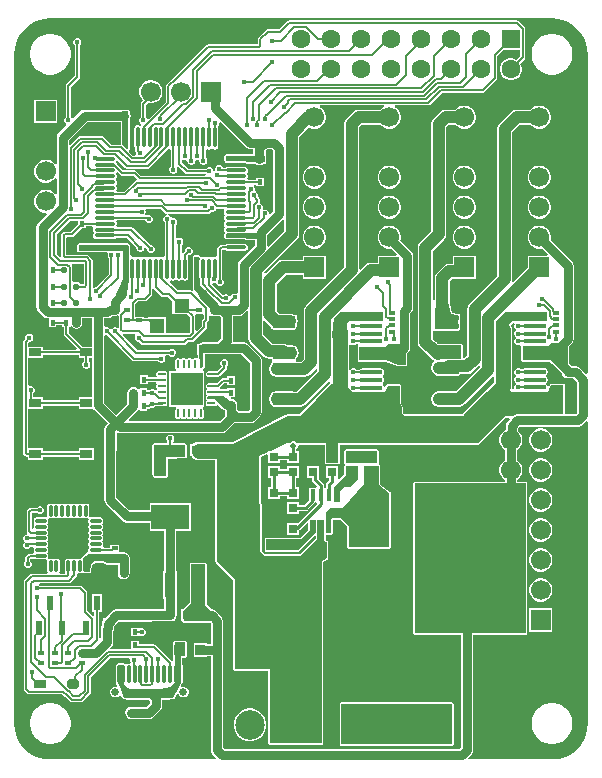
<source format=gtl>
G04*
G04 #@! TF.GenerationSoftware,Altium Limited,Altium Designer,21.0.8 (223)*
G04*
G04 Layer_Physical_Order=1*
G04 Layer_Color=255*
%FSLAX25Y25*%
%MOIN*%
G70*
G04*
G04 #@! TF.SameCoordinates,10D31124-10DE-4426-A125-9D81246FB524*
G04*
G04*
G04 #@! TF.FilePolarity,Positive*
G04*
G01*
G75*
%ADD11C,0.01000*%
%ADD19C,0.00700*%
%ADD23R,0.01575X0.01968*%
%ADD24R,0.03000X0.03000*%
%ADD25R,0.03000X0.03000*%
%ADD26R,0.05500X0.06200*%
%ADD27R,0.11811X0.13780*%
%ADD28R,0.08661X0.06890*%
%ADD29R,0.03500X0.05000*%
%ADD30R,0.01800X0.03950*%
%ADD31R,0.05000X0.03500*%
%ADD32R,0.02362X0.01181*%
%ADD33R,0.02362X0.01575*%
%ADD34R,0.12598X0.08268*%
%ADD35R,0.03543X0.08268*%
G04:AMPARAMS|DCode=36|XSize=59.06mil|YSize=11.81mil|CornerRadius=2.95mil|HoleSize=0mil|Usage=FLASHONLY|Rotation=90.000|XOffset=0mil|YOffset=0mil|HoleType=Round|Shape=RoundedRectangle|*
%AMROUNDEDRECTD36*
21,1,0.05906,0.00591,0,0,90.0*
21,1,0.05315,0.01181,0,0,90.0*
1,1,0.00591,0.00295,0.02657*
1,1,0.00591,0.00295,-0.02657*
1,1,0.00591,-0.00295,-0.02657*
1,1,0.00591,-0.00295,0.02657*
%
%ADD36ROUNDEDRECTD36*%
%ADD37R,0.11024X0.10630*%
G04:AMPARAMS|DCode=38|XSize=12mil|YSize=38mil|CornerRadius=3mil|HoleSize=0mil|Usage=FLASHONLY|Rotation=270.000|XOffset=0mil|YOffset=0mil|HoleType=Round|Shape=RoundedRectangle|*
%AMROUNDEDRECTD38*
21,1,0.01200,0.03200,0,0,270.0*
21,1,0.00600,0.03800,0,0,270.0*
1,1,0.00600,-0.01600,-0.00300*
1,1,0.00600,-0.01600,0.00300*
1,1,0.00600,0.01600,0.00300*
1,1,0.00600,0.01600,-0.00300*
%
%ADD38ROUNDEDRECTD38*%
G04:AMPARAMS|DCode=39|XSize=12mil|YSize=38mil|CornerRadius=3mil|HoleSize=0mil|Usage=FLASHONLY|Rotation=0.000|XOffset=0mil|YOffset=0mil|HoleType=Round|Shape=RoundedRectangle|*
%AMROUNDEDRECTD39*
21,1,0.01200,0.03200,0,0,0.0*
21,1,0.00600,0.03800,0,0,0.0*
1,1,0.00600,0.00300,-0.01600*
1,1,0.00600,-0.00300,-0.01600*
1,1,0.00600,-0.00300,0.01600*
1,1,0.00600,0.00300,0.01600*
%
%ADD39ROUNDEDRECTD39*%
G04:AMPARAMS|DCode=40|XSize=20mil|YSize=20mil|CornerRadius=5mil|HoleSize=0mil|Usage=FLASHONLY|Rotation=90.000|XOffset=0mil|YOffset=0mil|HoleType=Round|Shape=RoundedRectangle|*
%AMROUNDEDRECTD40*
21,1,0.02000,0.01000,0,0,90.0*
21,1,0.01000,0.02000,0,0,90.0*
1,1,0.01000,0.00500,0.00500*
1,1,0.01000,0.00500,-0.00500*
1,1,0.01000,-0.00500,-0.00500*
1,1,0.01000,-0.00500,0.00500*
%
%ADD40ROUNDEDRECTD40*%
%ADD41R,0.01968X0.01575*%
%ADD42O,0.00984X0.02756*%
%ADD43O,0.02756X0.00984*%
%ADD44R,0.10630X0.11024*%
%ADD45R,0.03937X0.02756*%
%ADD46R,0.02362X0.05118*%
G04:AMPARAMS|DCode=47|XSize=39.37mil|YSize=31.5mil|CornerRadius=0mil|HoleSize=0mil|Usage=FLASHONLY|Rotation=0.000|XOffset=0mil|YOffset=0mil|HoleType=Round|Shape=Octagon|*
%AMOCTAGOND47*
4,1,8,0.01968,-0.00787,0.01968,0.00787,0.01181,0.01575,-0.01181,0.01575,-0.01968,0.00787,-0.01968,-0.00787,-0.01181,-0.01575,0.01181,-0.01575,0.01968,-0.00787,0.0*
%
%ADD47OCTAGOND47*%

%ADD48R,0.03937X0.03150*%
%ADD49R,0.03500X0.03500*%
%ADD50R,0.05118X0.04724*%
%ADD51O,0.07480X0.01575*%
%ADD52R,0.07480X0.01575*%
%ADD53O,0.07087X0.01181*%
%ADD54O,0.01181X0.07087*%
%ADD98C,0.03000*%
%ADD99C,0.05000*%
%ADD100C,0.04000*%
%ADD101C,0.06299*%
%ADD102R,0.06299X0.06299*%
%ADD103C,0.09055*%
%ADD104R,0.09055X0.09055*%
%ADD105C,0.06693*%
%ADD106R,0.06693X0.06693*%
%ADD107O,0.03937X0.08268*%
%ADD108O,0.03937X0.06299*%
%ADD109C,0.02559*%
%ADD110C,0.09843*%
%ADD111R,0.06693X0.06693*%
%ADD112C,0.01600*%
%ADD113C,0.02000*%
%ADD114C,0.02100*%
G36*
X167220Y235065D02*
Y235065D01*
X167710Y235039D01*
X169096Y234930D01*
X170925Y234491D01*
X172662Y233771D01*
X174266Y232788D01*
X175697Y231567D01*
X176918Y230136D01*
X177901Y228533D01*
X178621Y226795D01*
X179060Y224966D01*
X179203Y223152D01*
X179194Y223091D01*
Y116730D01*
X178694Y116523D01*
X176684Y118533D01*
X176023Y118975D01*
X175243Y119130D01*
X173845D01*
X173041Y119933D01*
Y125748D01*
X173942Y126649D01*
X174384Y127310D01*
X174539Y128091D01*
Y132756D01*
Y136890D01*
Y152591D01*
X174384Y153371D01*
X173942Y154033D01*
X166750Y161224D01*
X166847Y161584D01*
Y162597D01*
X166584Y163575D01*
X166078Y164452D01*
X165362Y165168D01*
X164485Y165675D01*
X163506Y165937D01*
X162494D01*
X161515Y165675D01*
X160638Y165168D01*
X159922Y164452D01*
X159416Y163575D01*
X159153Y162597D01*
Y161584D01*
X159416Y160606D01*
X159922Y159729D01*
X160638Y159013D01*
X161515Y158506D01*
X162494Y158244D01*
X163506D01*
X163866Y158341D01*
X165808Y156399D01*
X165616Y155937D01*
X159153D01*
Y151849D01*
X154374Y147069D01*
X153913Y147315D01*
X154049Y148000D01*
Y197035D01*
X156556Y199542D01*
X160109D01*
X160638Y199013D01*
X161515Y198506D01*
X162494Y198244D01*
X163506D01*
X164485Y198506D01*
X165362Y199013D01*
X166078Y199729D01*
X166584Y200606D01*
X166847Y201584D01*
Y202597D01*
X166584Y203575D01*
X166078Y204452D01*
X165362Y205169D01*
X164485Y205675D01*
X163506Y205937D01*
X162494D01*
X161515Y205675D01*
X160638Y205169D01*
X160109Y204640D01*
X155500D01*
X154525Y204446D01*
X153698Y203893D01*
X149698Y199893D01*
X149145Y199066D01*
X148951Y198091D01*
Y149056D01*
X139698Y139802D01*
X139145Y138976D01*
X138951Y138000D01*
Y122662D01*
X138058Y121769D01*
X137861Y121830D01*
X137590Y122008D01*
X137491Y126059D01*
X137410Y126242D01*
X137334Y126427D01*
X137326Y126430D01*
X137323Y126438D01*
X137136Y126510D01*
X136952Y126587D01*
X129286Y126624D01*
X129279Y126635D01*
X129038Y126796D01*
X128878Y126955D01*
X128768Y127121D01*
X128709Y127160D01*
X128679Y127224D01*
X128024Y127810D01*
X127549Y128285D01*
Y130700D01*
X128049Y131008D01*
X128168Y130959D01*
X136000D01*
X136383Y131117D01*
X136541Y131500D01*
Y131928D01*
X136599Y132013D01*
X136698Y132516D01*
X136599Y133018D01*
X136541Y133104D01*
Y133787D01*
X136673D01*
Y136362D01*
X136391D01*
X136383Y136383D01*
X136237Y136443D01*
X136106Y136531D01*
X133942Y136963D01*
X133242Y139764D01*
Y147345D01*
X134092Y148195D01*
X136653D01*
X136900Y148244D01*
X141847D01*
Y155937D01*
X134153D01*
Y153293D01*
X133036D01*
X132061Y153099D01*
X131234Y152547D01*
X128890Y150203D01*
X128338Y149376D01*
X128144Y148401D01*
Y141198D01*
X128049Y141114D01*
X127549Y141341D01*
Y157535D01*
X131302Y161288D01*
X131855Y162115D01*
X132049Y163091D01*
Y198692D01*
X132899Y199542D01*
X135109D01*
X135638Y199013D01*
X136515Y198506D01*
X137494Y198244D01*
X138506D01*
X139485Y198506D01*
X140362Y199013D01*
X141078Y199729D01*
X141584Y200606D01*
X141847Y201584D01*
Y202597D01*
X141584Y203575D01*
X141078Y204452D01*
X140362Y205169D01*
X139485Y205675D01*
X138506Y205937D01*
X137494D01*
X136515Y205675D01*
X135638Y205169D01*
X135109Y204640D01*
X131843D01*
X130868Y204446D01*
X130041Y203893D01*
X127698Y201550D01*
X127145Y200723D01*
X126951Y199747D01*
Y164146D01*
X123198Y160393D01*
X122645Y159566D01*
X122451Y158591D01*
Y127229D01*
X122645Y126253D01*
X123198Y125426D01*
X126316Y122308D01*
X126428Y122233D01*
X126513Y122130D01*
X127564Y121279D01*
X127947Y121077D01*
X127973Y120577D01*
X127698Y120393D01*
X127145Y119566D01*
X126951Y118591D01*
X127145Y117615D01*
X127698Y116788D01*
X128524Y116236D01*
X128559Y116229D01*
X128978Y115949D01*
X129480Y115849D01*
X135386D01*
X135888Y115949D01*
X136314Y116233D01*
X136454Y116443D01*
X138886D01*
X139862Y116637D01*
X140688Y117190D01*
X142792Y119294D01*
X143305Y119100D01*
X143345Y118783D01*
X135359Y110797D01*
X129480D01*
X128978Y110697D01*
X128635Y110467D01*
X128524Y110446D01*
X127698Y109893D01*
X127145Y109066D01*
X126951Y108091D01*
X127145Y107115D01*
X127698Y106288D01*
X128524Y105736D01*
X129500Y105542D01*
X132433D01*
X132670Y105589D01*
X136305D01*
X137280Y105783D01*
X138107Y106335D01*
X147474Y115702D01*
X147974Y115495D01*
Y113773D01*
X147360Y113159D01*
X147360Y113159D01*
X137318Y103116D01*
X118003D01*
X117467Y103653D01*
Y105000D01*
X117364Y105784D01*
X117062Y106513D01*
X117041Y106540D01*
X117041Y112591D01*
X116883Y112973D01*
X116500Y113132D01*
X112500D01*
X112418Y113098D01*
X112329Y113104D01*
X112234Y113022D01*
X112117Y112973D01*
X112083Y112891D01*
X112016Y112833D01*
X111721Y112243D01*
X111197Y112314D01*
X111165Y112475D01*
X110881Y112901D01*
X110805Y112951D01*
Y113553D01*
X110881Y113603D01*
X111165Y114029D01*
X111265Y114531D01*
X111165Y115034D01*
X110881Y115460D01*
X110805Y115510D01*
Y116112D01*
X110881Y116162D01*
X111165Y116588D01*
X111265Y117091D01*
X111165Y117593D01*
X110881Y118019D01*
X110455Y118303D01*
X109953Y118403D01*
X104047D01*
X103545Y118303D01*
X103119Y118019D01*
X103078Y117957D01*
X101972D01*
X101736Y118193D01*
X101259Y118391D01*
X100741D01*
X100264Y118193D01*
X100026Y117955D01*
X99526Y118136D01*
Y126281D01*
X100026Y126462D01*
X100264Y126225D01*
X100741Y126027D01*
X101259D01*
X101736Y126225D01*
X101972Y126460D01*
X102486D01*
X102617Y125973D01*
X102459Y125591D01*
Y121091D01*
X102617Y120708D01*
X103000Y120549D01*
X111900D01*
X115719Y119085D01*
X115820Y119088D01*
X115912Y119049D01*
X118500D01*
X118883Y119208D01*
X119041Y119591D01*
Y123429D01*
X119379Y123767D01*
X119821Y124428D01*
X119976Y125209D01*
Y130591D01*
Y132756D01*
Y136740D01*
X120442Y137205D01*
X120884Y137867D01*
X121039Y138647D01*
Y155687D01*
X120884Y156467D01*
X120442Y157129D01*
X116665Y160906D01*
X116847Y161584D01*
Y162597D01*
X116584Y163575D01*
X116078Y164452D01*
X115362Y165168D01*
X114485Y165675D01*
X113506Y165937D01*
X112494D01*
X111515Y165675D01*
X110638Y165168D01*
X109922Y164452D01*
X109416Y163575D01*
X109153Y162597D01*
Y161584D01*
X109416Y160606D01*
X109922Y159729D01*
X110638Y159013D01*
X111515Y158506D01*
X112494Y158244D01*
X113506D01*
X113548Y158255D01*
X115404Y156399D01*
X115213Y155937D01*
X109153D01*
Y153540D01*
X106854D01*
X105879Y153346D01*
X105052Y152793D01*
X103549Y151290D01*
X103049Y151497D01*
Y198692D01*
X103899Y199542D01*
X110109D01*
X110638Y199013D01*
X111515Y198506D01*
X112494Y198244D01*
X113506D01*
X114485Y198506D01*
X115362Y199013D01*
X116078Y199729D01*
X116584Y200606D01*
X116847Y201584D01*
Y202597D01*
X116584Y203575D01*
X116078Y204452D01*
X115362Y205169D01*
X114746Y205524D01*
X114880Y206024D01*
X125891D01*
X126223Y206090D01*
X126504Y206278D01*
X130459Y210233D01*
X144100D01*
X144432Y210299D01*
X144713Y210487D01*
X148741Y214515D01*
X148929Y214797D01*
X148995Y215128D01*
Y222360D01*
X151076Y224441D01*
X156633D01*
Y222449D01*
X155395Y221211D01*
X154909Y221491D01*
X153981Y221740D01*
X153019D01*
X152091Y221491D01*
X151259Y221011D01*
X150580Y220332D01*
X150099Y219499D01*
X149850Y218571D01*
Y217610D01*
X150099Y216682D01*
X150580Y215850D01*
X151259Y215170D01*
X152091Y214690D01*
X153019Y214441D01*
X153981D01*
X154909Y214690D01*
X155741Y215170D01*
X156420Y215850D01*
X156901Y216682D01*
X157150Y217610D01*
Y218571D01*
X156901Y219499D01*
X156620Y219985D01*
X158112Y221477D01*
X158300Y221759D01*
X158366Y222090D01*
Y231592D01*
X158300Y231924D01*
X158112Y232205D01*
X156205Y234113D01*
X155923Y234301D01*
X155592Y234367D01*
X79410D01*
X79078Y234301D01*
X78797Y234113D01*
X76201Y231517D01*
X72650D01*
X72318Y231451D01*
X72037Y231263D01*
X69387Y228613D01*
X69199Y228332D01*
X69133Y228000D01*
Y226367D01*
X52475D01*
X52143Y226301D01*
X51862Y226113D01*
X41149Y215400D01*
X41149Y215400D01*
X38691Y212942D01*
X38503Y212661D01*
X38437Y212329D01*
Y207162D01*
X32751Y201477D01*
X32161Y201594D01*
X32102Y201736D01*
X31867Y201972D01*
Y206170D01*
X32558Y206861D01*
X32994Y206744D01*
X34006D01*
X34985Y207006D01*
X35862Y207513D01*
X36578Y208229D01*
X37084Y209106D01*
X37346Y210084D01*
Y211097D01*
X37084Y212075D01*
X36578Y212952D01*
X35862Y213668D01*
X34985Y214175D01*
X34006Y214437D01*
X32994D01*
X32015Y214175D01*
X31138Y213668D01*
X30422Y212952D01*
X29916Y212075D01*
X29654Y211097D01*
Y210084D01*
X29916Y209106D01*
X30422Y208229D01*
X30948Y207703D01*
X30387Y207141D01*
X30199Y206860D01*
X30133Y206529D01*
Y201972D01*
X29898Y201736D01*
X29700Y201259D01*
Y200741D01*
X29898Y200264D01*
X30264Y199898D01*
X30393Y199375D01*
X30197Y199159D01*
X30129Y199129D01*
X29818Y199184D01*
X29599Y199330D01*
X29173Y199415D01*
X28748Y199330D01*
X28387Y199089D01*
X28146Y198729D01*
X28061Y198303D01*
Y192398D01*
X28146Y191972D01*
X28387Y191611D01*
X28399Y191604D01*
Y190978D01*
X28465Y190647D01*
X28652Y190366D01*
X28717Y190301D01*
X28700Y190259D01*
Y189741D01*
X28710Y189717D01*
X28376Y189217D01*
X27606D01*
X26222Y190600D01*
X26339Y191190D01*
X26383Y191208D01*
X26541Y191591D01*
Y201704D01*
X26613Y201810D01*
X26768Y202591D01*
X26613Y203371D01*
X26541Y203478D01*
Y204091D01*
X26383Y204473D01*
X26000Y204632D01*
X24000D01*
X23996Y204630D01*
X11460D01*
X10680Y204475D01*
X10018Y204033D01*
X7693Y201707D01*
X7103Y201825D01*
X7102Y201827D01*
X6867Y202062D01*
Y212232D01*
X9613Y214978D01*
X9801Y215259D01*
X9867Y215591D01*
Y226119D01*
X10102Y226354D01*
X10300Y226832D01*
Y227349D01*
X10102Y227827D01*
X9736Y228193D01*
X9259Y228391D01*
X8741D01*
X8264Y228193D01*
X7898Y227827D01*
X7700Y227349D01*
Y226832D01*
X7898Y226354D01*
X8133Y226119D01*
Y215950D01*
X5387Y213203D01*
X5199Y212922D01*
X5133Y212591D01*
Y202062D01*
X4898Y201827D01*
X4700Y201349D01*
Y200832D01*
X4898Y200354D01*
X5264Y199988D01*
X5266Y199987D01*
X5383Y199398D01*
X2687Y196701D01*
X2245Y196040D01*
X2089Y195259D01*
Y186566D01*
X1589Y186433D01*
X1578Y186452D01*
X862Y187169D01*
X-15Y187675D01*
X-994Y187937D01*
X-2006D01*
X-2985Y187675D01*
X-3862Y187169D01*
X-4578Y186452D01*
X-5084Y185575D01*
X-5347Y184597D01*
Y183584D01*
X-5084Y182606D01*
X-4578Y181729D01*
X-3862Y181013D01*
X-2985Y180506D01*
X-2006Y180244D01*
X-994D01*
X-15Y180506D01*
X862Y181013D01*
X1578Y181729D01*
X1589Y181749D01*
X2089Y181615D01*
Y176567D01*
X1589Y176433D01*
X1578Y176452D01*
X862Y177169D01*
X-15Y177675D01*
X-994Y177937D01*
X-2006D01*
X-2985Y177675D01*
X-3862Y177169D01*
X-4578Y176452D01*
X-5084Y175575D01*
X-5347Y174597D01*
Y173584D01*
X-5084Y172606D01*
X-4578Y171729D01*
X-3862Y171013D01*
X-2985Y170506D01*
X-2006Y170244D01*
X-1376D01*
X-1169Y169744D01*
X-4033Y166881D01*
X-4475Y166219D01*
X-4630Y165439D01*
Y151091D01*
Y145591D01*
Y140091D01*
Y138837D01*
X-4630Y138837D01*
X-4630Y138837D01*
X-4558Y138479D01*
X-4475Y138057D01*
X-4474Y138057D01*
X-4474Y138057D01*
X-4267Y137746D01*
X-4033Y137395D01*
X-4033Y137395D01*
X-4032Y137395D01*
X-2286Y135649D01*
X-1957Y135429D01*
X-1624Y135207D01*
X-1624Y135207D01*
X-1624Y135207D01*
X-1251Y135132D01*
X-844Y135051D01*
X-516D01*
Y132106D01*
X2059D01*
Y132724D01*
X4039D01*
Y132106D01*
X4460D01*
Y129780D01*
X4526Y129448D01*
X4714Y129167D01*
X8820Y125061D01*
X8629Y124599D01*
X-2496D01*
Y125610D01*
X-7283D01*
Y126838D01*
X-6831Y127291D01*
X-6741D01*
X-6264Y127489D01*
X-5898Y127854D01*
X-5700Y128332D01*
Y128849D01*
X-5898Y129327D01*
X-6264Y129693D01*
X-6741Y129891D01*
X-7259D01*
X-7736Y129693D01*
X-8102Y129327D01*
X-8300Y128849D01*
Y128332D01*
X-8283Y128290D01*
X-8763Y127810D01*
X-8951Y127529D01*
X-9017Y127197D01*
Y90233D01*
X-8951Y89901D01*
X-8763Y89620D01*
X-8353Y89210D01*
X-8072Y89022D01*
X-7740Y88956D01*
X-7433D01*
Y87945D01*
X-2496D01*
Y88956D01*
X9496D01*
Y87945D01*
X14433D01*
Y91701D01*
X9496D01*
Y90690D01*
X-2496D01*
Y91701D01*
X-7283D01*
Y104945D01*
X-2496D01*
Y105956D01*
X9496D01*
Y104945D01*
X14344D01*
X14558Y104624D01*
X19116Y100066D01*
X18590Y99540D01*
X18148Y98879D01*
X17992Y98098D01*
Y91013D01*
X17961Y90853D01*
Y74500D01*
X18116Y73720D01*
X18558Y73058D01*
X24058Y67558D01*
X24058Y67558D01*
X24720Y67116D01*
X25500Y66961D01*
X33201D01*
Y64087D01*
X37961D01*
Y50913D01*
X37728D01*
Y41646D01*
X38006D01*
Y38098D01*
X34046D01*
X33849Y38059D01*
X31500D01*
Y38039D01*
X22026D01*
X21245Y37884D01*
X20584Y37442D01*
X18157Y35016D01*
X17559D01*
Y34299D01*
X17356Y33995D01*
X17201Y33215D01*
Y32663D01*
X17037Y32418D01*
X16882Y31638D01*
Y28397D01*
X16867Y28387D01*
X16367Y28654D01*
Y37165D01*
X17181D01*
Y43283D01*
X13819D01*
Y37165D01*
X14633D01*
Y35958D01*
X14133Y35751D01*
X12367Y37518D01*
Y43591D01*
X12301Y43922D01*
X12113Y44203D01*
X10613Y45703D01*
X10332Y45891D01*
X10000Y45957D01*
X-3462D01*
X-3710Y46224D01*
X-3550Y46724D01*
X6090D01*
X6422Y46790D01*
X6703Y46978D01*
X8581Y48856D01*
X8769Y49137D01*
X8835Y49469D01*
Y49903D01*
X9325Y50178D01*
X9335Y50175D01*
X9637Y50116D01*
X10237D01*
X10549Y50178D01*
X10814Y50354D01*
X10909Y50372D01*
X11192Y50176D01*
X11347Y50142D01*
X11491Y50079D01*
X13059Y50052D01*
X13218Y50115D01*
X13384Y50154D01*
X13406Y50189D01*
X13445Y50204D01*
X13513Y50361D01*
X13603Y50506D01*
X13976Y52785D01*
X15159Y53549D01*
X17583D01*
X18220Y53124D01*
X19000Y52969D01*
X22461D01*
Y50041D01*
X22616Y49261D01*
X23058Y48599D01*
X23720Y48157D01*
X24500Y48002D01*
X25280Y48157D01*
X25942Y48599D01*
X26384Y49261D01*
X26539Y50041D01*
Y55090D01*
X26539Y55091D01*
X26384Y55871D01*
X25942Y56533D01*
X25280Y56975D01*
X24500Y57130D01*
X24084Y57047D01*
X23476D01*
X22985Y57067D01*
Y59642D01*
X20016D01*
Y58611D01*
X17778D01*
X17504Y59100D01*
X17506Y59111D01*
X17566Y59413D01*
Y60013D01*
X17504Y60325D01*
X17327Y60589D01*
Y60804D01*
X17504Y61069D01*
X17566Y61381D01*
Y61981D01*
X17504Y62293D01*
X17366Y62665D01*
X17504Y63038D01*
X17566Y63350D01*
Y63950D01*
X17504Y64262D01*
X17327Y64526D01*
Y64741D01*
X17504Y65006D01*
X17566Y65318D01*
Y65918D01*
X17504Y66230D01*
X17366Y66602D01*
X17504Y66975D01*
X17566Y67287D01*
Y67887D01*
X17504Y68199D01*
X17327Y68463D01*
X17062Y68640D01*
X16750Y68702D01*
X13550D01*
X13380Y68669D01*
X13268Y68735D01*
X13054Y68949D01*
X12988Y69061D01*
X13021Y69231D01*
Y72431D01*
X12959Y72743D01*
X12782Y73008D01*
X12518Y73185D01*
X12206Y73247D01*
X11606D01*
X11293Y73185D01*
X11029Y73008D01*
X10814D01*
X10549Y73185D01*
X10237Y73247D01*
X9637D01*
X9325Y73185D01*
X8953Y73048D01*
X8581Y73185D01*
X8269Y73247D01*
X7669D01*
X7356Y73185D01*
X7092Y73008D01*
X6877D01*
X6612Y73185D01*
X6300Y73247D01*
X5700D01*
X5388Y73185D01*
X5016Y73048D01*
X4644Y73185D01*
X4332Y73247D01*
X3732D01*
X3419Y73185D01*
X3155Y73008D01*
X2940D01*
X2675Y73185D01*
X2363Y73247D01*
X1763D01*
X1451Y73185D01*
X1079Y73048D01*
X707Y73185D01*
X395Y73247D01*
X-205D01*
X-518Y73185D01*
X-782Y73008D01*
X-959Y72743D01*
X-1021Y72431D01*
Y69231D01*
X-987Y69061D01*
X-1054Y68949D01*
X-1267Y68735D01*
X-1380Y68669D01*
X-1550Y68702D01*
X-4750D01*
X-5062Y68640D01*
X-5327Y68463D01*
X-5504Y68199D01*
X-5566Y67887D01*
Y67287D01*
X-5504Y66975D01*
X-5366Y66602D01*
X-5504Y66230D01*
X-5566Y65918D01*
Y65318D01*
X-5556Y65271D01*
X-5951Y64863D01*
X-5960Y64859D01*
X-6133Y64904D01*
Y70224D01*
X-4472D01*
X-4236Y69989D01*
X-3759Y69791D01*
X-3241D01*
X-2764Y69989D01*
X-2398Y70354D01*
X-2200Y70832D01*
Y71349D01*
X-2398Y71827D01*
X-2764Y72193D01*
X-3241Y72391D01*
X-3759D01*
X-4236Y72193D01*
X-4472Y71957D01*
X-6500D01*
X-6832Y71891D01*
X-7113Y71703D01*
X-7613Y71203D01*
X-7801Y70922D01*
X-7867Y70591D01*
Y64091D01*
X-7801Y63759D01*
X-7613Y63478D01*
X-7602Y63467D01*
X-7809Y62967D01*
X-7947D01*
X-8425Y62769D01*
X-8791Y62404D01*
X-8988Y61926D01*
Y61409D01*
X-8791Y60931D01*
X-8483Y60623D01*
X-8802Y60304D01*
X-9000Y59826D01*
Y59309D01*
X-8802Y58831D01*
X-8436Y58465D01*
X-7959Y58267D01*
X-7441D01*
X-6964Y58465D01*
X-6598Y58831D01*
X-6592Y58846D01*
X-5778D01*
X-5504Y58356D01*
X-5506Y58346D01*
X-5566Y58044D01*
Y57444D01*
X-5506Y57142D01*
X-5504Y57132D01*
X-5778Y56642D01*
X-6815D01*
X-7147Y56576D01*
X-7428Y56388D01*
X-8113Y55703D01*
X-8301Y55422D01*
X-8367Y55090D01*
Y54062D01*
X-8602Y53827D01*
X-8800Y53349D01*
Y52832D01*
X-8602Y52354D01*
X-8236Y51989D01*
X-7759Y51790D01*
X-7241D01*
X-6764Y51989D01*
X-6398Y52354D01*
X-6200Y52832D01*
Y53349D01*
X-6398Y53827D01*
X-6633Y54062D01*
Y54732D01*
X-6456Y54909D01*
X-5333D01*
X-5327Y54899D01*
X-5062Y54722D01*
X-4750Y54660D01*
X-1550D01*
X-1380Y54694D01*
X-1268Y54627D01*
X-1054Y54413D01*
X-987Y54301D01*
X-1021Y54131D01*
Y50931D01*
X-959Y50619D01*
X-851Y50457D01*
X-974Y50092D01*
X-1072Y49957D01*
X-6000D01*
X-6332Y49891D01*
X-6613Y49703D01*
X-8613Y47703D01*
X-8801Y47422D01*
X-8867Y47091D01*
Y11546D01*
X-8801Y11215D01*
X-8613Y10933D01*
X-7716Y10036D01*
X-7435Y9849D01*
X-7103Y9783D01*
X3939D01*
X4869Y8853D01*
X5150Y8665D01*
X5174Y8660D01*
X6557Y7278D01*
X6838Y7090D01*
X7170Y7024D01*
X10184D01*
X10516Y7090D01*
X10797Y7278D01*
X13313Y9794D01*
X13501Y10075D01*
X13567Y10407D01*
Y15432D01*
X20009Y21874D01*
X26376D01*
X26710Y21374D01*
X26700Y21349D01*
Y20832D01*
X26898Y20354D01*
X26899Y20353D01*
X26889Y20328D01*
X26604Y19941D01*
X26406Y19980D01*
X25815D01*
X25505Y19918D01*
X25428Y19867D01*
X24883Y19973D01*
X24500Y20132D01*
X22500D01*
X22117Y19973D01*
X21959Y19590D01*
Y19543D01*
X21916Y19480D01*
X21855Y19169D01*
Y13854D01*
X21916Y13544D01*
X22012Y13400D01*
X22016Y13349D01*
X22391Y12597D01*
X22028Y12207D01*
X21976Y12228D01*
X21268D01*
X20614Y11957D01*
X20113Y11457D01*
X19842Y10803D01*
Y10095D01*
X20113Y9441D01*
X20614Y8940D01*
X21268Y8669D01*
X21976D01*
X22630Y8940D01*
X23074Y9384D01*
X23358Y9363D01*
X23604Y9278D01*
X23616Y9220D01*
X23823Y8910D01*
X23987Y8419D01*
X24069Y8324D01*
X24117Y8208D01*
X24200Y8174D01*
X24258Y8106D01*
X24384Y8098D01*
X24500Y8049D01*
X25055D01*
X25500Y7961D01*
X32746D01*
X33218Y7489D01*
Y6693D01*
X32065Y5539D01*
X27455D01*
X27000Y5630D01*
X26220Y5475D01*
X25558Y5032D01*
X25116Y4371D01*
X24961Y3591D01*
X25116Y2810D01*
X25558Y2149D01*
X25649Y2058D01*
X26310Y1616D01*
X27091Y1461D01*
X32909D01*
X33690Y1616D01*
X34351Y2058D01*
X36699Y4406D01*
X37141Y5068D01*
X37297Y5848D01*
X37297Y5848D01*
Y7961D01*
X39500D01*
X39945Y8049D01*
X41000D01*
X41082Y8083D01*
X41171Y8077D01*
X41266Y8160D01*
X41383Y8208D01*
X41417Y8290D01*
X41484Y8348D01*
X42193Y9766D01*
X42742Y9747D01*
X42869Y9441D01*
X43370Y8940D01*
X44024Y8669D01*
X44732D01*
X45386Y8940D01*
X45886Y9441D01*
X46157Y10095D01*
Y10803D01*
X45886Y11457D01*
X45386Y11957D01*
X44732Y12228D01*
X44024D01*
X43972Y12207D01*
X43609Y12597D01*
X43984Y13349D01*
X43988Y13401D01*
X44084Y13544D01*
X44145Y13854D01*
Y19169D01*
X44084Y19480D01*
X44041Y19543D01*
Y21959D01*
X45000D01*
X45383Y22117D01*
X45541Y22500D01*
Y27000D01*
X45383Y27383D01*
X45000Y27541D01*
X41500D01*
X41117Y27383D01*
X40959Y27000D01*
Y26750D01*
X40750D01*
Y22250D01*
X40959D01*
X40959Y20940D01*
X40642Y20789D01*
X40459Y20767D01*
X35113Y26113D01*
X34832Y26301D01*
X34500Y26367D01*
X29461D01*
Y27484D01*
X26886D01*
Y24807D01*
X20233D01*
X20041Y25269D01*
X20363Y25591D01*
X20805Y26253D01*
X20960Y27033D01*
X20960Y27033D01*
Y30931D01*
X21124Y31176D01*
X21279Y31957D01*
Y32370D01*
X22870Y33961D01*
X33773D01*
X34068Y34020D01*
X40046D01*
X40243Y34059D01*
X41500D01*
Y34636D01*
X41930Y35278D01*
X42085Y36059D01*
X42085Y36060D01*
Y41646D01*
X42272D01*
Y50913D01*
X42039D01*
Y64087D01*
X46799D01*
Y73354D01*
X33201D01*
Y71039D01*
X26345D01*
X22039Y75345D01*
Y90725D01*
X22071Y90885D01*
Y96606D01*
X22192Y96719D01*
X22571Y96932D01*
X23225Y96802D01*
X57251D01*
X58031Y96957D01*
X58693Y97399D01*
X61445Y100152D01*
X61950Y100051D01*
X66743D01*
X67523Y100207D01*
X68185Y100649D01*
X69942Y102406D01*
X70384Y103068D01*
X70539Y103848D01*
Y121090D01*
X70539Y121090D01*
X70436Y121609D01*
X70384Y121871D01*
X70384Y121871D01*
X70384Y121871D01*
X69942Y122532D01*
X65942Y126532D01*
X65942Y126532D01*
X65280Y126974D01*
X65280Y126974D01*
X64853Y127059D01*
X64500Y127130D01*
X61342D01*
X61024Y127516D01*
X61039Y127591D01*
X61039Y127591D01*
Y135814D01*
X61083Y135823D01*
X62743D01*
X63523Y135978D01*
X64184Y136420D01*
X65451Y137686D01*
X65951Y137479D01*
Y128591D01*
X66145Y127615D01*
X66698Y126788D01*
X71249Y122237D01*
X72076Y121684D01*
X73051Y121490D01*
X73845D01*
X73985Y121280D01*
X74061Y121230D01*
Y120628D01*
X73985Y120578D01*
X73701Y120152D01*
X73629Y119790D01*
X73145Y119066D01*
X72951Y118091D01*
X73145Y117115D01*
X73698Y116288D01*
X74524Y115736D01*
X75500Y115542D01*
X84657D01*
X85632Y115736D01*
X86459Y116288D01*
X88451Y118280D01*
X88951Y118073D01*
Y117389D01*
X82202Y110640D01*
X81253D01*
X80819Y110726D01*
X74914D01*
X74411Y110626D01*
X73985Y110342D01*
X73701Y109916D01*
X73696Y109890D01*
X73145Y109066D01*
X72951Y108091D01*
X73145Y107115D01*
X73698Y106288D01*
X73780Y106233D01*
X73985Y105926D01*
X74411Y105642D01*
X74914Y105542D01*
X75499D01*
X75500Y105542D01*
X83258D01*
X84233Y105736D01*
X85060Y106288D01*
X92740Y113968D01*
X93188Y113885D01*
X93286Y113807D01*
X93283Y113533D01*
X83315Y103116D01*
X81500D01*
X80928Y103041D01*
X79000D01*
X78617Y102883D01*
X78578Y102788D01*
X78447Y102809D01*
X78394Y102770D01*
X78328Y102765D01*
X60950Y93903D01*
X49500D01*
X48717Y93800D01*
X47987Y93498D01*
X47360Y93017D01*
X47347Y93000D01*
X46559D01*
Y91520D01*
X46474Y90877D01*
X46559Y90234D01*
Y89000D01*
X47159D01*
X47360Y88738D01*
X47987Y88257D01*
X48717Y87954D01*
X49500Y87851D01*
X54959D01*
X54959Y54021D01*
X55117Y53638D01*
X55117Y53638D01*
X60959Y47796D01*
X60959Y34115D01*
Y18000D01*
X61117Y17617D01*
X61500Y17459D01*
X72579D01*
Y-6500D01*
X72737Y-6883D01*
X73120Y-7041D01*
X90500Y-7041D01*
X90883Y-6883D01*
X91041Y-6500D01*
X91041Y20841D01*
Y35476D01*
X91041Y53727D01*
X92402Y54609D01*
X92436Y54658D01*
X92491Y54680D01*
X92550Y54823D01*
X92637Y54950D01*
X92627Y55008D01*
X92649Y55063D01*
X92649Y60341D01*
X92621Y60410D01*
X92630Y60483D01*
X92545Y60594D01*
X92491Y60724D01*
X92422Y60752D01*
X92377Y60811D01*
X91776Y61155D01*
X91780Y62653D01*
X92000Y62800D01*
X93500D01*
X93883Y62958D01*
X93917Y63041D01*
X94179D01*
Y67722D01*
X94257Y67800D01*
X96776D01*
X98959Y65617D01*
X98959Y58841D01*
X99117Y58458D01*
X99500Y58300D01*
X113000Y58300D01*
X113383Y58458D01*
X113541Y58841D01*
X113541Y76841D01*
X113523Y76884D01*
X113534Y76930D01*
X113446Y77071D01*
X113383Y77224D01*
X113339Y77242D01*
X113315Y77281D01*
X110041Y79619D01*
X110041Y85841D01*
X109883Y86224D01*
X109825Y86247D01*
X109502Y86402D01*
X109541Y86841D01*
Y90841D01*
X109383Y91224D01*
X109000Y91382D01*
X98500D01*
X98117Y91224D01*
X97959Y90841D01*
Y86841D01*
X98009Y86720D01*
X98117Y86224D01*
X97959Y85841D01*
X97959Y83065D01*
X96375Y81481D01*
X96000Y81813D01*
Y85782D01*
X92000D01*
Y81782D01*
X92980D01*
Y81203D01*
X92059Y80281D01*
X91838Y79950D01*
X91760Y79560D01*
Y78641D01*
X91240D01*
Y79295D01*
X91163Y79685D01*
X90941Y80016D01*
X89640Y81318D01*
X89500Y81782D01*
X89500D01*
X89500Y81782D01*
Y85782D01*
X85500D01*
Y81782D01*
X87129D01*
Y81367D01*
X87206Y80977D01*
X87427Y80647D01*
X88933Y79141D01*
X88726Y78641D01*
X86261D01*
Y75864D01*
X86242Y75766D01*
Y74525D01*
X84656Y72939D01*
X83000D01*
Y73782D01*
X79000D01*
Y69782D01*
X83000D01*
Y70899D01*
X85078D01*
X85468Y70977D01*
X85799Y71198D01*
X87982Y73382D01*
X88189Y73691D01*
X88701D01*
X88908Y73191D01*
X82617Y66900D01*
X79000D01*
Y62900D01*
X83000D01*
Y64400D01*
X83083Y64455D01*
X83071Y64467D01*
X83071Y64470D01*
X85497Y66896D01*
X85959Y66705D01*
X85959Y64565D01*
X83276Y61882D01*
X72000Y61882D01*
X71617Y61724D01*
X71459Y61341D01*
Y57841D01*
X71617Y57458D01*
X72000Y57300D01*
X82500D01*
X82883Y57458D01*
X87997Y62572D01*
X88459Y62381D01*
Y61565D01*
X83276Y56382D01*
X71724D01*
X70538Y57568D01*
X70147Y88769D01*
X72078Y89671D01*
X72500Y89402D01*
Y86959D01*
X76500D01*
Y87940D01*
X79000D01*
Y86900D01*
X83000D01*
Y90900D01*
X82025D01*
X82022Y91400D01*
X82272Y91650D01*
X82500Y92202D01*
Y92459D01*
X82934Y92959D01*
X91463Y92959D01*
X91494Y86885D01*
X91494Y86885D01*
X91494Y86884D01*
Y86884D01*
X91559Y86728D01*
X91654Y86503D01*
X91654Y86502D01*
X91654Y86502D01*
X91877Y86411D01*
X92037Y86346D01*
X92038D01*
X92038Y86346D01*
X92038Y86346D01*
X95972Y86363D01*
X96161Y86442D01*
X96351Y86520D01*
X96352Y86522D01*
X96354Y86523D01*
X96431Y86713D01*
X96510Y86903D01*
X96526Y92959D01*
X138000Y92959D01*
X142500D01*
X142883Y93117D01*
X142883Y93117D01*
X151724Y101959D01*
X153033D01*
X153224Y101497D01*
X152412Y100685D01*
X151970Y100023D01*
X151815Y99243D01*
Y97969D01*
X151138Y97578D01*
X150422Y96862D01*
X149916Y95985D01*
X149653Y95006D01*
Y93994D01*
X149916Y93015D01*
X150422Y92138D01*
X151138Y91422D01*
X151461Y91236D01*
Y87764D01*
X151138Y87578D01*
X150422Y86862D01*
X149916Y85985D01*
X149653Y85006D01*
Y83994D01*
X149916Y83015D01*
X150422Y82138D01*
X151138Y81422D01*
X151461Y81236D01*
Y80541D01*
X121500Y80541D01*
X121117Y80383D01*
X120959Y80000D01*
X120959Y30000D01*
X121117Y29617D01*
X121500Y29459D01*
X136961Y29459D01*
Y-7898D01*
X136398Y-8461D01*
X58102D01*
X57539Y-7898D01*
Y25500D01*
Y34243D01*
X57384Y35023D01*
X56942Y35685D01*
X55185Y37442D01*
X54523Y37884D01*
X53779Y38032D01*
X52087Y39724D01*
X52087Y53000D01*
X51928Y53383D01*
X51545Y53541D01*
X47045D01*
X46663Y53383D01*
X46504Y53000D01*
X46504Y40224D01*
X44339Y38059D01*
X43500D01*
Y34059D01*
X43959D01*
Y34000D01*
X44117Y33617D01*
X44500Y33459D01*
X53400D01*
X53461Y33398D01*
Y26539D01*
X52250D01*
Y26750D01*
X47750D01*
Y22250D01*
X52250D01*
Y22461D01*
X53461D01*
Y-8743D01*
X53616Y-9523D01*
X54058Y-10185D01*
X55348Y-11474D01*
X55141Y-11974D01*
X0D01*
X-61Y-11982D01*
X-1875Y-11839D01*
X-3704Y-11400D01*
X-5442Y-10680D01*
X-7046Y-9698D01*
X-8476Y-8476D01*
X-9698Y-7046D01*
X-10680Y-5442D01*
X-11400Y-3704D01*
X-11839Y-1875D01*
X-11982Y-61D01*
X-11974Y0D01*
Y223091D01*
X-11982Y223152D01*
X-11839Y224966D01*
X-11400Y226795D01*
X-10680Y228533D01*
X-9698Y230136D01*
X-8476Y231567D01*
X-7046Y232788D01*
X-5442Y233771D01*
X-3704Y234491D01*
X-1875Y234930D01*
X-489Y235039D01*
X0Y235065D01*
X491Y235065D01*
X166721D01*
X167220Y235065D01*
D02*
G37*
G36*
X111254Y205524D02*
X110638Y205169D01*
X110109Y204640D01*
X102843D01*
X101868Y204446D01*
X101041Y203893D01*
X98698Y201550D01*
X98145Y200723D01*
X97951Y199747D01*
Y152056D01*
X85198Y139302D01*
X84645Y138476D01*
X84451Y137500D01*
Y121490D01*
X83601Y120640D01*
X82146D01*
X81966Y120825D01*
X81747Y121280D01*
X82020Y121689D01*
X82169Y121788D01*
X82721Y122615D01*
X82915Y123591D01*
X82721Y124566D01*
X82169Y125393D01*
X81773Y125657D01*
X81747Y125696D01*
X81321Y125980D01*
X80819Y126080D01*
X80664D01*
X80366Y126140D01*
X78774D01*
X78393Y126394D01*
X77417Y126588D01*
X74107D01*
X71049Y129646D01*
Y134073D01*
X71549Y134280D01*
X73541Y132288D01*
X73646Y132218D01*
X73701Y131943D01*
X73985Y131517D01*
X74411Y131232D01*
X74914Y131132D01*
X80819D01*
X81321Y131232D01*
X81747Y131517D01*
X82032Y131943D01*
X82132Y132445D01*
X82080Y132704D01*
X82355Y133115D01*
X82549Y134091D01*
X82355Y135066D01*
X82106Y135438D01*
Y136291D01*
X81206D01*
X80976Y136446D01*
X80000Y136640D01*
X76399D01*
X75549Y137490D01*
Y146535D01*
X78556Y149542D01*
X84153D01*
Y148244D01*
X91847D01*
Y155937D01*
X84153D01*
Y154640D01*
X77500D01*
X76525Y154446D01*
X75698Y153893D01*
X71929Y150125D01*
X71387Y150289D01*
X71373Y150359D01*
X82302Y161288D01*
X82855Y162115D01*
X83049Y163091D01*
Y195504D01*
X86221Y198676D01*
X86515Y198506D01*
X87494Y198244D01*
X88506D01*
X89485Y198506D01*
X90362Y199013D01*
X91078Y199729D01*
X91584Y200606D01*
X91847Y201584D01*
Y202597D01*
X91584Y203575D01*
X91078Y204452D01*
X90362Y205169D01*
X89746Y205524D01*
X89880Y206024D01*
X111120D01*
X111254Y205524D01*
D02*
G37*
G36*
X23459Y192971D02*
X20345D01*
X17803Y195513D01*
X17522Y195701D01*
X17191Y195767D01*
X10006D01*
X9674Y195701D01*
X9393Y195513D01*
X6668Y192788D01*
X6168Y192995D01*
Y194415D01*
X12305Y200552D01*
X23459D01*
Y192971D01*
D02*
G37*
G36*
X26000Y191591D02*
X25232D01*
X24105Y192717D01*
X24000Y192787D01*
Y204091D01*
X26000D01*
Y191591D01*
D02*
G37*
G36*
X65058Y192149D02*
X65720Y191707D01*
X66500Y191551D01*
X67689D01*
Y189722D01*
X58500D01*
X58117Y189564D01*
X57959Y189181D01*
Y188822D01*
X57870Y188689D01*
X57786Y188264D01*
X57870Y187838D01*
X57968Y187692D01*
X57961Y187669D01*
X58047Y187508D01*
X58117Y187339D01*
X58143Y187329D01*
X58157Y187304D01*
X58543Y186987D01*
X58570Y186978D01*
X58586Y186955D01*
X58765Y186919D01*
X58780Y186915D01*
X58898Y186866D01*
X64750D01*
X65017Y186813D01*
X65140Y186731D01*
X65294Y186700D01*
X65440Y186640D01*
X68436D01*
X68948Y186297D01*
X69729Y186142D01*
X70509Y186297D01*
X71021Y186640D01*
X71500D01*
X71883Y186798D01*
X72041Y187181D01*
Y189181D01*
X71883Y189564D01*
X71768Y189611D01*
Y190989D01*
X72331Y191551D01*
X73698D01*
X74261Y190989D01*
Y170735D01*
X73300Y169774D01*
X72800Y169982D01*
Y170259D01*
X72602Y170736D01*
X72236Y171102D01*
X71759Y171300D01*
X71241D01*
X71141Y171258D01*
X70758Y171641D01*
X70800Y171741D01*
Y172259D01*
X70602Y172736D01*
X70236Y173102D01*
X70157Y173135D01*
X69801Y173502D01*
X69867Y173833D01*
Y174650D01*
X69801Y174982D01*
X69613Y175263D01*
X69176Y175699D01*
X69194Y175741D01*
Y176259D01*
X68996Y176736D01*
X68630Y177102D01*
X68542Y177139D01*
X68250Y177741D01*
Y178259D01*
X68052Y178736D01*
X67765Y179023D01*
X67849Y179396D01*
X67919Y179523D01*
X68539D01*
Y179016D01*
X71114D01*
Y181984D01*
X68539D01*
Y181256D01*
X65949D01*
X65713Y181756D01*
X65830Y181933D01*
X65915Y182358D01*
X65830Y182784D01*
X65589Y183144D01*
Y183541D01*
X65830Y183901D01*
X65915Y184327D01*
X65830Y184752D01*
X65589Y185113D01*
X65229Y185354D01*
X64803Y185439D01*
X58898D01*
X58472Y185354D01*
X58232Y185194D01*
X57595D01*
X57412Y185636D01*
X57046Y186002D01*
X56568Y186200D01*
X56051D01*
X55573Y186002D01*
X55208Y185636D01*
X55010Y185159D01*
Y184642D01*
X55041Y184566D01*
X55002Y184277D01*
X54800Y184148D01*
X54377Y184318D01*
X54276Y184407D01*
X54102Y184827D01*
X53736Y185193D01*
X53259Y185391D01*
X52741D01*
X52264Y185193D01*
X52028Y184957D01*
X45859D01*
X43819Y186997D01*
Y187725D01*
X44064Y187870D01*
X44319Y187965D01*
X44741Y187791D01*
X45259D01*
X45700Y187432D01*
Y187332D01*
X45898Y186854D01*
X46264Y186488D01*
X46741Y186291D01*
X47259D01*
X47736Y186488D01*
X48102Y186854D01*
X48300Y187332D01*
Y187530D01*
X48542Y187906D01*
X48762Y187957D01*
X49092D01*
X49238Y188018D01*
X49336Y187982D01*
X49700Y187668D01*
Y187332D01*
X49898Y186854D01*
X50264Y186488D01*
X50741Y186291D01*
X51259D01*
X51736Y186488D01*
X52102Y186854D01*
X52300Y187332D01*
Y187849D01*
X52102Y188327D01*
X51780Y188649D01*
Y191163D01*
X52280Y191430D01*
X52370Y191370D01*
X52795Y191286D01*
X53221Y191370D01*
X53439Y191517D01*
X53780Y191577D01*
X54119Y191517D01*
X54338Y191370D01*
X54764Y191286D01*
X55189Y191370D01*
X55550Y191611D01*
X55791Y191972D01*
X55876Y192398D01*
Y198303D01*
X55791Y198729D01*
X55736Y198988D01*
X56102Y199354D01*
X56300Y199832D01*
Y200200D01*
X56750Y200442D01*
X56762Y200445D01*
X65058Y192149D01*
D02*
G37*
G36*
X71500Y187181D02*
X65440D01*
X65229Y187322D01*
X64803Y187407D01*
X58898D01*
X58886Y187405D01*
X58500Y187722D01*
Y189181D01*
X71500D01*
Y187181D01*
D02*
G37*
G36*
X40126Y191264D02*
Y185555D01*
X39898Y185327D01*
X39700Y184849D01*
Y184332D01*
X39898Y183854D01*
X40264Y183489D01*
X40741Y183291D01*
X41259D01*
X41736Y183489D01*
X42102Y183854D01*
X42300Y184332D01*
Y184849D01*
X42102Y185327D01*
X42047Y185382D01*
X42081Y185577D01*
X42617Y185748D01*
X44887Y183478D01*
X45168Y183290D01*
X45500Y183224D01*
X51657D01*
X51740Y183107D01*
X51484Y182607D01*
X30209D01*
X28703Y184113D01*
X28422Y184301D01*
X28091Y184367D01*
X24325D01*
X22169Y186523D01*
X22130Y186721D01*
X21896Y187071D01*
X22017Y187551D01*
X22557Y187620D01*
X24991Y185187D01*
X25272Y184999D01*
X25603Y184933D01*
X32487D01*
X32818Y184999D01*
X33100Y185187D01*
X39243Y191331D01*
X39441Y191370D01*
X39625Y191493D01*
X40126Y191264D01*
D02*
G37*
G36*
X23354Y182887D02*
X23635Y182699D01*
X23966Y182633D01*
X27732D01*
X28858Y181507D01*
X28793Y181215D01*
X28667Y180991D01*
X28415Y180941D01*
X28134Y180753D01*
X24700Y177320D01*
X22248D01*
X22012Y177820D01*
X22130Y177996D01*
X22214Y178421D01*
X22130Y178847D01*
X21889Y179207D01*
Y179604D01*
X22130Y179964D01*
X22214Y180390D01*
X22130Y180815D01*
X21983Y181034D01*
X21924Y181374D01*
X21983Y181714D01*
X22130Y181933D01*
X22214Y182358D01*
X22130Y182784D01*
X21896Y183134D01*
X22017Y183614D01*
X22557Y183684D01*
X23354Y182887D01*
D02*
G37*
G36*
X55627Y171649D02*
X57752D01*
X57988Y171149D01*
X57870Y170973D01*
X57786Y170547D01*
X57870Y170122D01*
X58017Y169903D01*
X58077Y169563D01*
X58017Y169223D01*
X57870Y169004D01*
X57786Y168579D01*
X57870Y168153D01*
X58111Y167793D01*
Y167396D01*
X57870Y167036D01*
X57786Y166610D01*
X57870Y166185D01*
X58017Y165966D01*
X58077Y165626D01*
X58017Y165286D01*
X57870Y165067D01*
X57786Y164642D01*
X57870Y164216D01*
X58111Y163856D01*
X58151Y163519D01*
X58102Y163466D01*
X58086Y163421D01*
X57870Y163099D01*
X57786Y162673D01*
X57870Y162248D01*
X57968Y162101D01*
X57961Y162079D01*
X58047Y161918D01*
X58117Y161749D01*
X58143Y161738D01*
X58157Y161713D01*
X58543Y161396D01*
X58570Y161388D01*
X58586Y161364D01*
X58765Y161329D01*
X58780Y161325D01*
X58898Y161275D01*
X64750D01*
X65017Y161222D01*
X65140Y161141D01*
X65295Y161110D01*
X65440Y161049D01*
X68189D01*
Y159321D01*
X63058Y154189D01*
X62616Y153528D01*
X62461Y152747D01*
Y143455D01*
X61961Y143189D01*
X61675Y143307D01*
X61158D01*
X60680Y143109D01*
X60315Y142744D01*
X60166Y142385D01*
X59728Y142323D01*
X59645Y142335D01*
X59587Y142477D01*
X59221Y142843D01*
X58743Y143041D01*
X58226D01*
X57748Y142843D01*
X57566Y142660D01*
X53904Y146321D01*
X54188Y146745D01*
X54303Y146697D01*
X54820D01*
X55227Y146866D01*
X55398Y146454D01*
X55764Y146089D01*
X56241Y145891D01*
X56759D01*
X57236Y146089D01*
X57602Y146454D01*
X57800Y146932D01*
Y147449D01*
X57602Y147927D01*
X57367Y148162D01*
Y157732D01*
X57505Y157870D01*
X58232D01*
X58472Y157709D01*
X58898Y157624D01*
X64803D01*
X65229Y157709D01*
X65589Y157950D01*
X65830Y158311D01*
X65915Y158736D01*
X65830Y159162D01*
X65589Y159522D01*
X65229Y159764D01*
X64803Y159848D01*
X58898D01*
X58472Y159764D01*
X58232Y159603D01*
X57146D01*
X56814Y159537D01*
X56533Y159349D01*
X55887Y158703D01*
X55699Y158422D01*
X55633Y158091D01*
Y155934D01*
X55247Y155669D01*
X55133Y155641D01*
X54764Y155714D01*
X54338Y155630D01*
X54119Y155483D01*
X53780Y155423D01*
X53439Y155483D01*
X53221Y155630D01*
X52795Y155714D01*
X52370Y155630D01*
X52151Y155483D01*
X51811Y155423D01*
X51471Y155483D01*
X51252Y155630D01*
X50827Y155714D01*
X50401Y155630D01*
X50157Y155619D01*
X49804Y155973D01*
X49804Y155973D01*
X49804Y155973D01*
X49614Y156052D01*
X49422Y156132D01*
X49421Y156132D01*
X49421Y156132D01*
X48000D01*
X47617Y155973D01*
X47459Y155591D01*
Y154611D01*
X47462Y154605D01*
X47460Y154602D01*
Y148697D01*
X47462Y148695D01*
X47459Y148688D01*
Y144924D01*
X47528Y144756D01*
X47564Y144637D01*
X47455Y144487D01*
X47187Y144288D01*
X47168Y144301D01*
X46836Y144367D01*
X42534D01*
X39826Y147075D01*
X39894Y147644D01*
X40210Y147839D01*
X40340Y147816D01*
X40559Y147670D01*
X40984Y147585D01*
X41410Y147670D01*
X41629Y147816D01*
X41969Y147876D01*
X42308Y147816D01*
X42527Y147670D01*
X42953Y147585D01*
X43378Y147670D01*
X43597Y147816D01*
X43937Y147876D01*
X44277Y147816D01*
X44496Y147670D01*
X44921Y147585D01*
X45347Y147670D01*
X45707Y147911D01*
X45948Y148271D01*
X46033Y148697D01*
Y154602D01*
X45948Y155028D01*
X45788Y155268D01*
Y155884D01*
X46013Y156109D01*
X46384D01*
X46862Y156307D01*
X47227Y156673D01*
X47425Y157151D01*
Y157668D01*
X47227Y158146D01*
X46862Y158512D01*
X46384Y158710D01*
X45867D01*
X45389Y158512D01*
X45023Y158146D01*
X44825Y157668D01*
Y157373D01*
X44343Y156890D01*
X44196Y156905D01*
X43843Y157059D01*
Y159595D01*
X44102Y159854D01*
X44300Y160332D01*
Y160849D01*
X44102Y161327D01*
X43736Y161693D01*
X43259Y161891D01*
X42741D01*
X42351Y161729D01*
X42028Y161861D01*
X41851Y161987D01*
Y166103D01*
X42102Y166354D01*
X42300Y166832D01*
Y167349D01*
X42102Y167827D01*
X41736Y168193D01*
X41259Y168391D01*
X40741D01*
X40159Y168690D01*
X40102Y168827D01*
X39736Y169193D01*
X39259Y169391D01*
X39299Y169874D01*
X52688D01*
X53019Y169940D01*
X53300Y170128D01*
X53699Y170527D01*
X53741Y170510D01*
X54259D01*
X54736Y170707D01*
X55102Y171073D01*
X55300Y171551D01*
X55460Y171682D01*
X55627Y171649D01*
D02*
G37*
G36*
X38194Y170128D02*
X38475Y169940D01*
X38736Y169888D01*
X38741Y169391D01*
X38264Y169193D01*
X37898Y168827D01*
X37700Y168349D01*
Y167832D01*
X37898Y167354D01*
X38149Y167103D01*
Y155748D01*
X37649Y155512D01*
X37473Y155630D01*
X37047Y155714D01*
X36622Y155630D01*
X36403Y155483D01*
X36063Y155423D01*
X35723Y155483D01*
X35504Y155630D01*
X35079Y155714D01*
X34653Y155630D01*
X34434Y155483D01*
X34095Y155423D01*
X33755Y155483D01*
X33536Y155630D01*
X33110Y155714D01*
X32685Y155630D01*
X32466Y155483D01*
X32126Y155423D01*
X31786Y155483D01*
X31567Y155630D01*
X31142Y155714D01*
X30716Y155630D01*
X30497Y155483D01*
X30158Y155423D01*
X29818Y155483D01*
X29599Y155630D01*
X29173Y155714D01*
X28748Y155630D01*
X28529Y155483D01*
X28189Y155423D01*
X27849Y155483D01*
X27630Y155630D01*
X27205Y155714D01*
X27194Y155712D01*
X26695Y156123D01*
X26699Y159236D01*
X26699Y159236D01*
X26699Y159236D01*
X26618Y159431D01*
X26541Y159619D01*
X26540Y159619D01*
X26540Y159619D01*
X26522Y159638D01*
X26383Y159973D01*
X26000Y160132D01*
X25804D01*
X25804Y160132D01*
X25804Y160132D01*
X9500D01*
X9117Y159973D01*
X8959Y159591D01*
Y157591D01*
X9117Y157208D01*
X9500Y157049D01*
X18867D01*
X19183Y156549D01*
X19100Y156349D01*
Y155832D01*
X19298Y155354D01*
X19533Y155119D01*
Y149849D01*
X15074Y145391D01*
X14891D01*
X14717Y145318D01*
X14217Y145649D01*
Y154078D01*
X14151Y154409D01*
X13963Y154690D01*
X12700Y155953D01*
X12419Y156141D01*
X12087Y156207D01*
X5367D01*
Y160198D01*
X5390Y160317D01*
Y161683D01*
X5382Y161724D01*
X5613Y162224D01*
X7370D01*
X7702Y162290D01*
X7983Y162478D01*
X10611Y165106D01*
X11961D01*
Y165744D01*
X14051D01*
X14287Y165244D01*
X14170Y165067D01*
X14085Y164642D01*
X14170Y164216D01*
X14411Y163856D01*
Y163459D01*
X14170Y163099D01*
X14085Y162673D01*
X14170Y162248D01*
X14411Y161887D01*
X14771Y161646D01*
X15197Y161561D01*
X21102D01*
X21528Y161646D01*
X21768Y161806D01*
X25558D01*
X28700Y158665D01*
Y158332D01*
X28898Y157854D01*
X29264Y157489D01*
X29741Y157291D01*
X30259D01*
X30736Y157489D01*
X31102Y157854D01*
X31300Y158332D01*
Y158358D01*
X31800Y158565D01*
X32200Y158165D01*
Y157832D01*
X32398Y157354D01*
X32764Y156989D01*
X33241Y156791D01*
X33759D01*
X34236Y156989D01*
X34602Y157354D01*
X34800Y157832D01*
Y158349D01*
X34602Y158827D01*
X34236Y159193D01*
X33759Y159391D01*
X33426D01*
X27562Y165255D01*
X27280Y165443D01*
X26949Y165508D01*
X22248D01*
X22012Y166008D01*
X22130Y166185D01*
X22214Y166610D01*
X22130Y167036D01*
X22012Y167212D01*
X22248Y167712D01*
X31600D01*
X31748Y167354D01*
X32114Y166989D01*
X32591Y166791D01*
X33109D01*
X33586Y166989D01*
X33952Y167354D01*
X34150Y167832D01*
Y168349D01*
X33952Y168827D01*
X33586Y169193D01*
X33109Y169391D01*
X32591D01*
X32494Y169350D01*
X32450Y169379D01*
X32118Y169446D01*
X31901D01*
X31776Y169615D01*
X31640Y169946D01*
X31800Y170332D01*
Y170849D01*
X31728Y171024D01*
X32058Y171524D01*
X36798D01*
X38194Y170128D01*
D02*
G37*
G36*
X71500Y161591D02*
X65440D01*
X65229Y161732D01*
X64803Y161817D01*
X58898D01*
X58886Y161814D01*
X58500Y162132D01*
Y163099D01*
X58898Y163530D01*
X64803D01*
X65108Y163591D01*
X71500D01*
Y161591D01*
D02*
G37*
G36*
X77951Y167951D02*
Y164146D01*
X72768Y158963D01*
X72268Y159170D01*
Y162975D01*
X77451Y168158D01*
X77951Y167951D01*
D02*
G37*
G36*
X9386Y166332D02*
X7011Y163957D01*
X4910D01*
X4578Y163891D01*
X4297Y163703D01*
X3887Y163293D01*
X3699Y163012D01*
X3633Y162680D01*
Y161707D01*
X3657Y161589D01*
Y160412D01*
X3633Y160293D01*
Y155799D01*
X3520Y155706D01*
X3160Y155565D01*
X2090Y156635D01*
Y163102D01*
X6546Y167558D01*
X9386D01*
Y166332D01*
D02*
G37*
G36*
X11133Y146457D02*
X10030D01*
X10025Y146481D01*
X9804Y146812D01*
X9473Y147033D01*
X9083Y147110D01*
X8083D01*
X7867Y147067D01*
X7367Y147370D01*
Y152083D01*
X7301Y152414D01*
X7113Y152696D01*
X6996Y152812D01*
X7188Y153274D01*
X11133D01*
Y146457D01*
D02*
G37*
G36*
X49775Y155237D02*
X49774Y154901D01*
X49715Y154602D01*
Y148697D01*
X49766Y148438D01*
X49766Y148228D01*
X49960Y147868D01*
Y146476D01*
X50026Y146144D01*
X50214Y145863D01*
X51669Y144408D01*
X51569Y143918D01*
X49500Y143091D01*
X48000Y144924D01*
Y148688D01*
X48002Y148697D01*
Y154602D01*
X48000Y154611D01*
Y155591D01*
X49421D01*
X49775Y155237D01*
D02*
G37*
G36*
X26000Y159395D02*
X26158Y159237D01*
X26152Y154900D01*
X26093Y154602D01*
Y148697D01*
X26144Y148439D01*
X26144Y148228D01*
X25500Y143091D01*
X22068Y142661D01*
X21795Y143081D01*
X23000Y145084D01*
X24378Y148091D01*
Y157591D01*
X9500D01*
Y159591D01*
X26000D01*
Y159395D01*
D02*
G37*
G36*
X22799Y135723D02*
Y131987D01*
X22299Y131780D01*
X22236Y131843D01*
X21759Y132041D01*
X21241D01*
X20764Y131843D01*
X20430Y131509D01*
X20150Y131492D01*
X19870Y131509D01*
X19536Y131843D01*
X19059Y132041D01*
X18541D01*
X18539Y132040D01*
X18039Y132374D01*
Y135051D01*
X18986D01*
X19766Y135207D01*
X20428Y135649D01*
X20602Y135823D01*
X21500D01*
X22281Y135978D01*
X22299Y135990D01*
X22799Y135723D01*
D02*
G37*
G36*
X13961Y125610D02*
X10722D01*
X6193Y130139D01*
Y132106D01*
X6614D01*
Y132173D01*
X7114Y132324D01*
X7231Y132149D01*
X7893Y131707D01*
X8673Y131551D01*
X9454Y131707D01*
X10115Y132149D01*
X10557Y132810D01*
X10713Y133591D01*
Y135051D01*
X13961D01*
Y125610D01*
D02*
G37*
G36*
X133500Y136500D02*
X136000Y136000D01*
Y131500D01*
X128168D01*
Y136041D01*
X128193D01*
X128500Y140500D01*
X132500D01*
X133500Y136500D01*
D02*
G37*
G36*
X50984Y136575D02*
X51133Y136136D01*
Y134968D01*
X50721Y134556D01*
X50533Y134274D01*
X50467Y133943D01*
Y132605D01*
X48829Y130966D01*
X48367Y131157D01*
Y135658D01*
X48301Y135989D01*
X48244Y136075D01*
X48489Y136575D01*
X50984D01*
D02*
G37*
G36*
X36887Y142478D02*
X37168Y142290D01*
X37500Y142224D01*
X39314D01*
X40709Y140830D01*
Y136331D01*
X45601D01*
X46633Y135299D01*
Y130468D01*
X46320Y130154D01*
X38559D01*
Y135362D01*
X33375D01*
X33291Y135379D01*
X33078D01*
X32995Y135362D01*
X32441D01*
Y135213D01*
X31118D01*
Y135634D01*
X28367D01*
Y139898D01*
X29214Y140745D01*
X31634D01*
X31966Y140811D01*
X32247Y140999D01*
X33723Y142475D01*
X33911Y142756D01*
X33977Y143088D01*
Y144731D01*
X34430Y144887D01*
X34477Y144888D01*
X36887Y142478D01*
D02*
G37*
G36*
X165567Y134161D02*
X154071D01*
X152000Y132090D01*
Y128661D01*
X148549D01*
Y134035D01*
X151676Y137161D01*
X165567D01*
Y134161D01*
D02*
G37*
G36*
X111000Y134091D02*
X99500D01*
X99000Y133590D01*
Y128591D01*
X94049D01*
Y129218D01*
X94500Y135000D01*
X94645Y135177D01*
X96559Y137091D01*
X111000Y137091D01*
Y134091D01*
D02*
G37*
G36*
X53720Y135978D02*
X54500Y135823D01*
X55584D01*
X56193Y135701D01*
X56519D01*
X56961Y135260D01*
Y128435D01*
X55655Y127130D01*
X51000D01*
X50220Y126974D01*
X49707Y126632D01*
X49500D01*
X49362Y126575D01*
X48894D01*
Y123606D01*
X48991D01*
X49100Y122045D01*
X48985Y121925D01*
X48623Y121704D01*
X48362Y121756D01*
X47975Y121679D01*
X47647Y121459D01*
X47109D01*
X46781Y121679D01*
X46394Y121756D01*
X46007Y121679D01*
X45678Y121459D01*
X45140D01*
X44812Y121679D01*
X44425Y121756D01*
X44038Y121679D01*
X43710Y121459D01*
X43172D01*
X42844Y121679D01*
X42457Y121756D01*
X42070Y121679D01*
X41741Y121459D01*
X41522Y121131D01*
X41445Y120744D01*
Y118972D01*
X41522Y118585D01*
X41741Y118257D01*
X41973Y118102D01*
X41891Y117606D01*
X41890Y117602D01*
X39594D01*
Y105579D01*
X41890D01*
X41893Y105572D01*
X41973Y105079D01*
X41741Y104924D01*
X41522Y104596D01*
X41445Y104209D01*
Y102437D01*
X41522Y102050D01*
X41741Y101722D01*
X42070Y101502D01*
X42457Y101425D01*
X42844Y101502D01*
X43172Y101722D01*
X43710D01*
X44038Y101502D01*
X44425Y101425D01*
X44812Y101502D01*
X45140Y101722D01*
X45678D01*
X46007Y101502D01*
X46394Y101425D01*
X46781Y101502D01*
X47109Y101722D01*
X47647D01*
X47975Y101502D01*
X48362Y101425D01*
X48749Y101502D01*
X49077Y101722D01*
X49615D01*
X49944Y101502D01*
X50331Y101425D01*
X50718Y101502D01*
X51046Y101722D01*
X51265Y102050D01*
X51342Y102437D01*
Y104209D01*
X51265Y104596D01*
X51046Y104924D01*
X50814Y105079D01*
X50895Y105572D01*
X50898Y105579D01*
X51224D01*
Y117602D01*
X50898D01*
X50896Y117606D01*
X50890Y117645D01*
X50878Y118140D01*
X51261Y118298D01*
X51419Y118681D01*
Y123051D01*
X63655D01*
X66461Y120246D01*
Y104693D01*
X65898Y104130D01*
X62795D01*
X62232Y104693D01*
Y106295D01*
X62077Y107076D01*
X61634Y107737D01*
X60973Y108179D01*
X60312Y108311D01*
X60362Y108811D01*
X61578D01*
Y111779D01*
X59003D01*
Y111418D01*
X56684D01*
X56532Y111918D01*
X56597Y111962D01*
X58064Y113429D01*
X58905D01*
Y112811D01*
X61480D01*
Y115780D01*
X58905D01*
Y115162D01*
X57705D01*
X57373Y115096D01*
X57092Y114908D01*
X55625Y113442D01*
X55052D01*
X54950Y113509D01*
X54563Y113586D01*
X52791D01*
X52404Y113509D01*
X52076Y113290D01*
X51857Y112962D01*
X51780Y112575D01*
X51857Y112188D01*
X52076Y111860D01*
Y111321D01*
X51857Y110993D01*
X51780Y110606D01*
X51857Y110219D01*
X52020Y109974D01*
X52117Y109473D01*
X52054Y109319D01*
X51857Y109025D01*
X51780Y108638D01*
X51857Y108251D01*
X51959Y108098D01*
Y108091D01*
X52117Y107708D01*
X51971Y107227D01*
X51857Y107056D01*
X51780Y106669D01*
X51857Y106282D01*
X52076Y105954D01*
X52404Y105735D01*
X52791Y105658D01*
X54563D01*
X54950Y105735D01*
X55278Y105954D01*
X55433Y106185D01*
X55813Y106254D01*
X55999Y106238D01*
X56058Y106149D01*
X57353Y104853D01*
X58015Y104411D01*
X58153Y104384D01*
Y102628D01*
X56406Y100880D01*
X26351D01*
X26160Y101342D01*
X29171Y104353D01*
X29288Y104529D01*
X29788Y104377D01*
Y104311D01*
X32363D01*
Y104928D01*
X32961D01*
X33293Y104994D01*
X33574Y105182D01*
X33700Y105308D01*
X33741Y105291D01*
X34259D01*
X34736Y105489D01*
X35011Y105763D01*
X35826D01*
X35869Y105735D01*
X36256Y105658D01*
X38028D01*
X38415Y105735D01*
X38743Y105954D01*
X38962Y106282D01*
X39039Y106669D01*
X38962Y107056D01*
X38743Y107385D01*
Y107922D01*
X38962Y108251D01*
X39039Y108638D01*
X38962Y109025D01*
X38743Y109353D01*
Y109891D01*
X38962Y110219D01*
X39039Y110606D01*
X38962Y110993D01*
X38743Y111321D01*
Y111860D01*
X38962Y112188D01*
X39039Y112575D01*
X38962Y112962D01*
X38743Y113290D01*
Y113828D01*
X38962Y114156D01*
X39039Y114543D01*
X38962Y114930D01*
X38743Y115259D01*
Y115796D01*
X38962Y116125D01*
X39039Y116512D01*
X38962Y116899D01*
X38743Y117227D01*
X38415Y117446D01*
X38028Y117523D01*
X36256D01*
X35869Y117446D01*
X35541Y117227D01*
X35321Y116899D01*
X35244Y116512D01*
X35321Y116125D01*
X35449Y115933D01*
X35274Y115487D01*
X35228Y115433D01*
X32559D01*
Y116075D01*
X29984D01*
Y113106D01*
X32559D01*
Y113700D01*
X35259D01*
X35377Y113528D01*
X35481Y113200D01*
X35321Y112962D01*
X35244Y112575D01*
X35321Y112188D01*
X35541Y111860D01*
Y111321D01*
X35450Y111186D01*
X34923Y111077D01*
X34834Y111095D01*
X34736Y111193D01*
X34259Y111391D01*
X33741D01*
X33264Y111193D01*
X33079Y111008D01*
X32363D01*
Y111677D01*
X29788D01*
Y111611D01*
X29288Y111459D01*
X29171Y111635D01*
X28509Y112077D01*
X27729Y112232D01*
X26948Y112077D01*
X26287Y111635D01*
X25845Y110973D01*
X25689Y110193D01*
Y106640D01*
X22000Y102950D01*
X18039Y106911D01*
Y129107D01*
X18539Y129441D01*
X18541Y129441D01*
X18874D01*
X27337Y120978D01*
X27618Y120790D01*
X27950Y120724D01*
X36028D01*
X36264Y120489D01*
X36741Y120291D01*
X37259D01*
X37736Y120489D01*
X38102Y120854D01*
X38300Y121332D01*
Y121849D01*
X38145Y122224D01*
X38293Y122572D01*
X38412Y122724D01*
X39528D01*
X39764Y122488D01*
X40241Y122291D01*
X40759D01*
X41236Y122488D01*
X41602Y122854D01*
X41800Y123332D01*
Y123849D01*
X41602Y124327D01*
X41236Y124693D01*
X40759Y124891D01*
X40241D01*
X39764Y124693D01*
X39528Y124457D01*
X29009D01*
X24092Y129374D01*
X24299Y129874D01*
X28188D01*
X28395Y129374D01*
X28373Y129352D01*
X28175Y128874D01*
Y128357D01*
X28373Y127879D01*
X28739Y127513D01*
X29217Y127315D01*
X29550D01*
X30387Y126478D01*
X30668Y126290D01*
X31000Y126224D01*
X44482D01*
X44813Y126290D01*
X45094Y126478D01*
X45838Y127221D01*
X47176D01*
X47508Y127287D01*
X47789Y127475D01*
X51947Y131633D01*
X52135Y131914D01*
X52201Y132246D01*
Y133584D01*
X52613Y133996D01*
X52801Y134277D01*
X52867Y134609D01*
Y135947D01*
X53367Y136214D01*
X53720Y135978D01*
D02*
G37*
G36*
X128318Y126820D02*
X128552Y126469D01*
X128978Y126185D01*
X129042Y126172D01*
X129140Y126084D01*
X136950Y126046D01*
X137052Y121899D01*
X136703Y121541D01*
X132835D01*
X132506Y121476D01*
X128488Y121448D01*
X124500Y125000D01*
X126769Y127723D01*
X127268Y127760D01*
X128318Y126820D01*
D02*
G37*
G36*
X172500Y119661D02*
X168500D01*
X166567Y121161D01*
X157567D01*
Y125661D01*
X166067D01*
X167067Y126661D01*
X172500D01*
Y119661D01*
D02*
G37*
G36*
X118500Y119591D02*
X115912D01*
X112000Y121091D01*
X103000D01*
Y125591D01*
X111500D01*
X112500Y126591D01*
X118500D01*
Y119591D01*
D02*
G37*
G36*
X50878Y121181D02*
Y118681D01*
X49878D01*
X49500Y124091D01*
Y126091D01*
X50878D01*
Y121181D01*
D02*
G37*
G36*
X9496Y121854D02*
X11133D01*
Y120562D01*
X10898Y120327D01*
X10700Y119849D01*
Y119332D01*
X10898Y118854D01*
X11264Y118489D01*
X11741Y118291D01*
X12259D01*
X12736Y118489D01*
X13102Y118854D01*
X13300Y119332D01*
Y119849D01*
X13102Y120327D01*
X12867Y120562D01*
Y121854D01*
X13961D01*
Y108701D01*
X9496D01*
Y107690D01*
X-2496D01*
Y108701D01*
X-5633D01*
Y110119D01*
X-5398Y110354D01*
X-5200Y110832D01*
Y111349D01*
X-5398Y111827D01*
X-5764Y112193D01*
X-6241Y112391D01*
X-6759D01*
X-6783Y112380D01*
X-7283Y112714D01*
Y121854D01*
X-2496D01*
Y122866D01*
X9496D01*
Y121854D01*
D02*
G37*
G36*
X59000Y108091D02*
X57000Y106091D01*
X55000Y108091D01*
X52500D01*
Y109091D01*
X58000D01*
X59000Y108091D01*
D02*
G37*
G36*
X154524Y133454D02*
X154775Y132955D01*
X154700Y132774D01*
Y132257D01*
X154898Y131779D01*
X155132Y131545D01*
X155216Y131236D01*
X155132Y130927D01*
X154898Y130693D01*
X154700Y130215D01*
Y129698D01*
X154898Y129220D01*
X155132Y128986D01*
X155216Y128677D01*
X155132Y128368D01*
X154898Y128134D01*
X154700Y127656D01*
Y127139D01*
X154898Y126661D01*
X155264Y126295D01*
X155741Y126098D01*
X156259D01*
X156613Y126244D01*
X156714Y126215D01*
X157026Y125661D01*
Y121161D01*
X157184Y120779D01*
X157567Y120620D01*
X166382D01*
X167297Y119910D01*
X170546Y116660D01*
X170616Y116310D01*
X171058Y115649D01*
X171720Y115207D01*
X172500Y115051D01*
X174398D01*
X175681Y113768D01*
Y103602D01*
X175118Y103039D01*
X171608D01*
Y112661D01*
X171450Y113044D01*
X171067Y113203D01*
X167067D01*
X166988Y113170D01*
X166902Y113177D01*
X166804Y113093D01*
X166684Y113044D01*
X166651Y112965D01*
X166586Y112909D01*
X166286Y112327D01*
X165761Y112401D01*
X165732Y112546D01*
X165448Y112971D01*
X165372Y113022D01*
Y113623D01*
X165448Y113674D01*
X165732Y114100D01*
X165832Y114602D01*
X165732Y115105D01*
X165448Y115531D01*
X165372Y115581D01*
Y116183D01*
X165448Y116233D01*
X165732Y116659D01*
X165832Y117161D01*
X165732Y117664D01*
X165448Y118090D01*
X165022Y118374D01*
X164520Y118474D01*
X158614D01*
X158112Y118374D01*
X157686Y118090D01*
X157645Y118028D01*
X156972D01*
X156736Y118263D01*
X156259Y118461D01*
X155741D01*
X155264Y118263D01*
X154898Y117898D01*
X154700Y117420D01*
Y116903D01*
X154898Y116425D01*
X155132Y116191D01*
X155216Y115882D01*
X155132Y115573D01*
X154898Y115339D01*
X154700Y114861D01*
Y114344D01*
X154898Y113866D01*
X155132Y113632D01*
X155216Y113323D01*
X155132Y113014D01*
X154898Y112780D01*
X154700Y112302D01*
Y111888D01*
X154478Y111571D01*
X154321Y111420D01*
X154321D01*
X154213Y111506D01*
X153943Y111888D01*
X154026Y112520D01*
Y131091D01*
X153923Y131874D01*
X153621Y132604D01*
X153472Y132797D01*
X154128Y133453D01*
X154414Y133480D01*
X154524Y133454D01*
D02*
G37*
G36*
X94225Y113173D02*
X96000Y110591D01*
X111500D01*
X112500Y112591D01*
X116500D01*
X116500Y102500D01*
X136000D01*
D01*
X138000D01*
Y103000D01*
X145591Y110591D01*
X166000D01*
X167067Y112661D01*
X171067D01*
Y103039D01*
X155611D01*
X154831Y102884D01*
X154256Y102500D01*
X151500D01*
X142500Y93500D01*
X138000D01*
X95986Y93500D01*
X95969Y86904D01*
X92035Y86887D01*
X92001Y93500D01*
X82121Y93500D01*
X81850Y93772D01*
X81298Y94000D01*
X80702D01*
X80150Y93772D01*
X79879Y93500D01*
X79000D01*
X73558Y90959D01*
X72500D01*
Y90465D01*
X69602Y89112D01*
X70000Y57341D01*
X71500Y55841D01*
X83500D01*
X89000Y61341D01*
Y63041D01*
X89061D01*
Y67841D01*
X91234Y67841D01*
X91245Y65182D01*
X91234Y60841D01*
X92108Y60341D01*
X92108Y55063D01*
X90500Y54021D01*
X90500Y35476D01*
Y35476D01*
Y20841D01*
X90500Y-6500D01*
X73120Y-6500D01*
Y18000D01*
X61500D01*
Y34115D01*
X61500Y48021D01*
X55500Y54021D01*
X55500Y90517D01*
X78574Y102283D01*
X79000Y102021D01*
Y102500D01*
X83474D01*
X93726Y113214D01*
X94225Y113173D01*
D02*
G37*
G36*
X109000Y86841D02*
X98500D01*
Y90841D01*
X109000D01*
Y86841D01*
D02*
G37*
G36*
X102500Y81341D02*
X100000Y78841D01*
X98000D01*
X96500Y77341D01*
X96500Y74195D01*
X96146Y73841D01*
X94500D01*
Y78841D01*
X98500Y82841D01*
X98500Y85841D01*
X102500Y85841D01*
Y81341D01*
D02*
G37*
G36*
X109500Y85841D02*
X109500Y79341D01*
X113000Y76841D01*
X113000Y58841D01*
X99500Y58841D01*
X99500Y65841D01*
X97000Y68341D01*
X94033D01*
X93500Y67808D01*
X93500Y63341D01*
X92000D01*
X92000Y70341D01*
X93500Y71841D01*
X97533Y71841D01*
X104500Y79921D01*
X104500Y85841D01*
X109500Y85841D01*
D02*
G37*
G36*
X11293Y68478D02*
X11606Y68415D01*
X12206D01*
X12375Y68449D01*
X12488Y68382D01*
X12701Y68169D01*
X12768Y68056D01*
X12734Y67887D01*
Y67287D01*
X12796Y66975D01*
X12934Y66602D01*
X12796Y66230D01*
X12734Y65918D01*
Y65318D01*
X12796Y65006D01*
X12973Y64741D01*
Y64526D01*
X12796Y64262D01*
X12734Y63950D01*
Y63350D01*
X12796Y63038D01*
X12934Y62665D01*
X12796Y62293D01*
X12734Y61981D01*
Y61381D01*
X12796Y61069D01*
X12973Y60804D01*
Y60589D01*
X12796Y60325D01*
X12734Y60013D01*
Y59413D01*
X12796Y59101D01*
X12934Y58728D01*
X12796Y58356D01*
X12734Y58044D01*
Y57444D01*
X12796Y57132D01*
X12764Y57046D01*
X12675Y57024D01*
X10675Y55524D01*
X10655Y55489D01*
X10617Y55473D01*
X10552Y55315D01*
X10464Y55167D01*
X10033Y54947D01*
X9637D01*
X9325Y54885D01*
X8953Y54748D01*
X8581Y54885D01*
X8269Y54947D01*
X7669D01*
X7356Y54885D01*
X7092Y54708D01*
X6877D01*
X6612Y54885D01*
X6300Y54947D01*
X5700D01*
X5388Y54885D01*
X5123Y54708D01*
X4946Y54443D01*
X4884Y54131D01*
Y50931D01*
X4946Y50619D01*
X5055Y50457D01*
X4932Y50092D01*
X4833Y49957D01*
X3230D01*
X3131Y50092D01*
X3008Y50457D01*
X3117Y50619D01*
X3179Y50931D01*
Y54131D01*
X3117Y54443D01*
X2940Y54708D01*
X2675Y54885D01*
X2363Y54947D01*
X1763D01*
X1451Y54885D01*
X1079Y54748D01*
X707Y54885D01*
X395Y54947D01*
X-205D01*
X-375Y54913D01*
X-488Y54980D01*
X-701Y55193D01*
X-768Y55306D01*
X-734Y55476D01*
Y56076D01*
X-796Y56388D01*
X-973Y56652D01*
Y56867D01*
X-796Y57132D01*
X-734Y57444D01*
Y58044D01*
X-796Y58356D01*
X-934Y58728D01*
X-796Y59101D01*
X-734Y59413D01*
Y60013D01*
X-796Y60325D01*
X-973Y60589D01*
Y60804D01*
X-796Y61069D01*
X-734Y61381D01*
Y61981D01*
X-796Y62293D01*
X-934Y62665D01*
X-796Y63038D01*
X-734Y63350D01*
Y63950D01*
X-796Y64262D01*
X-973Y64526D01*
Y64741D01*
X-796Y65006D01*
X-734Y65318D01*
Y65918D01*
X-796Y66230D01*
X-934Y66602D01*
X-796Y66975D01*
X-734Y67287D01*
Y67887D01*
X-768Y68056D01*
X-701Y68169D01*
X-488Y68382D01*
X-375Y68449D01*
X-205Y68415D01*
X395D01*
X707Y68478D01*
X1079Y68615D01*
X1451Y68478D01*
X1763Y68415D01*
X2363D01*
X2675Y68478D01*
X2940Y68654D01*
X3155D01*
X3419Y68478D01*
X3732Y68415D01*
X4332D01*
X4644Y68478D01*
X5016Y68615D01*
X5388Y68478D01*
X5700Y68415D01*
X6300D01*
X6612Y68478D01*
X6877Y68654D01*
X7092D01*
X7356Y68478D01*
X7669Y68415D01*
X8269D01*
X8581Y68478D01*
X8953Y68615D01*
X9325Y68478D01*
X9637Y68415D01*
X10237D01*
X10549Y68478D01*
X10814Y68654D01*
X11029D01*
X11293Y68478D01*
D02*
G37*
G36*
X88500Y63841D02*
X82500Y57841D01*
X72000D01*
Y61341D01*
X83500Y61341D01*
X86500Y64341D01*
X86500Y67841D01*
X88500D01*
Y63841D01*
D02*
G37*
G36*
X22000Y54090D02*
X15000D01*
X13481Y53110D01*
X13069Y50594D01*
X11501Y50620D01*
X11053Y50931D01*
Y54131D01*
X11000Y54396D01*
Y55090D01*
X13000Y56590D01*
X22000D01*
Y54090D01*
D02*
G37*
G36*
X51545Y39500D02*
X54045Y37000D01*
Y34000D01*
X44500D01*
Y37455D01*
X47045Y40000D01*
X47045Y53000D01*
X51545D01*
X51545Y39500D01*
D02*
G37*
G36*
X158500Y80000D02*
X158500Y30000D01*
X121500Y30000D01*
X121500Y80000D01*
X158500Y80000D01*
D02*
G37*
G36*
X179194Y100640D02*
Y0D01*
X179203Y-61D01*
X179060Y-1875D01*
X178621Y-3704D01*
X177901Y-5442D01*
X176918Y-7046D01*
X175697Y-8476D01*
X174266Y-9698D01*
X172662Y-10680D01*
X170925Y-11400D01*
X169096Y-11839D01*
X167710Y-11948D01*
X167220Y-11974D01*
X167220Y-11974D01*
X167220Y-11974D01*
X139359D01*
X139152Y-11474D01*
X140442Y-10185D01*
X140884Y-9523D01*
X141039Y-8743D01*
Y29459D01*
X158500Y29459D01*
X158883Y29617D01*
X159041Y30000D01*
X159041Y80000D01*
X158883Y80383D01*
X158500Y80541D01*
X155539D01*
Y81236D01*
X155862Y81422D01*
X156578Y82138D01*
X157084Y83015D01*
X157346Y83994D01*
Y85006D01*
X157084Y85985D01*
X156578Y86862D01*
X155862Y87578D01*
X155539Y87764D01*
Y91236D01*
X155862Y91422D01*
X156578Y92138D01*
X157084Y93015D01*
X157346Y93994D01*
Y95006D01*
X157084Y95985D01*
X156578Y96862D01*
X155893Y97547D01*
Y98398D01*
X156456Y98961D01*
X175963D01*
X176743Y99116D01*
X177405Y99558D01*
X178694Y100848D01*
X179194Y100640D01*
D02*
G37*
G36*
X45000Y22500D02*
X43500D01*
Y15590D01*
Y13590D01*
X42500Y11591D01*
X41000Y8591D01*
X37000D01*
Y11591D01*
X39955Y12181D01*
X41500Y13340D01*
Y19590D01*
D01*
X41500Y27000D01*
X45000D01*
Y22500D01*
D02*
G37*
G36*
X24500Y13590D02*
X25000Y12591D01*
X26500Y11591D01*
X30500D01*
Y8591D01*
X24500D01*
X23500Y11591D01*
X22500Y13590D01*
Y19590D01*
X24500D01*
Y13590D01*
D02*
G37*
%LPC*%
G36*
X167890Y229890D02*
X166551D01*
X165237Y229628D01*
X164000Y229116D01*
X162886Y228372D01*
X161939Y227425D01*
X161195Y226311D01*
X160682Y225074D01*
X160421Y223760D01*
Y222421D01*
X160682Y221107D01*
X161195Y219870D01*
X161939Y218756D01*
X162886Y217809D01*
X164000Y217065D01*
X165237Y216553D01*
X166551Y216291D01*
X167890D01*
X169204Y216553D01*
X170441Y217065D01*
X171555Y217809D01*
X172502Y218756D01*
X173246Y219870D01*
X173758Y221107D01*
X174020Y222421D01*
Y223760D01*
X173758Y225074D01*
X173246Y226311D01*
X172502Y227425D01*
X171555Y228372D01*
X170441Y229116D01*
X169204Y229628D01*
X167890Y229890D01*
D02*
G37*
G36*
X670D02*
X-670D01*
X-1983Y229628D01*
X-3221Y229116D01*
X-4334Y228372D01*
X-5281Y227425D01*
X-6025Y226311D01*
X-6538Y225074D01*
X-6799Y223760D01*
Y222421D01*
X-6538Y221107D01*
X-6025Y219870D01*
X-5281Y218756D01*
X-4334Y217809D01*
X-3221Y217065D01*
X-1983Y216553D01*
X-670Y216291D01*
X670D01*
X1983Y216553D01*
X3221Y217065D01*
X4334Y217809D01*
X5281Y218756D01*
X6025Y219870D01*
X6538Y221107D01*
X6799Y222421D01*
Y223760D01*
X6538Y225074D01*
X6025Y226311D01*
X5281Y227425D01*
X4334Y228372D01*
X3221Y229116D01*
X1983Y229628D01*
X670Y229890D01*
D02*
G37*
G36*
X2347Y207937D02*
X-5347D01*
Y200244D01*
X2347D01*
Y207937D01*
D02*
G37*
G36*
X163506Y185937D02*
X162494D01*
X161515Y185675D01*
X160638Y185169D01*
X159922Y184452D01*
X159416Y183575D01*
X159153Y182597D01*
Y181584D01*
X159416Y180606D01*
X159922Y179729D01*
X160638Y179013D01*
X161515Y178506D01*
X162494Y178244D01*
X163506D01*
X164485Y178506D01*
X165362Y179013D01*
X166078Y179729D01*
X166584Y180606D01*
X166847Y181584D01*
Y182597D01*
X166584Y183575D01*
X166078Y184452D01*
X165362Y185169D01*
X164485Y185675D01*
X163506Y185937D01*
D02*
G37*
G36*
X138506D02*
X137494D01*
X136515Y185675D01*
X135638Y185169D01*
X134922Y184452D01*
X134416Y183575D01*
X134153Y182597D01*
Y181584D01*
X134416Y180606D01*
X134922Y179729D01*
X135638Y179013D01*
X136515Y178506D01*
X137494Y178244D01*
X138506D01*
X139485Y178506D01*
X140362Y179013D01*
X141078Y179729D01*
X141584Y180606D01*
X141847Y181584D01*
Y182597D01*
X141584Y183575D01*
X141078Y184452D01*
X140362Y185169D01*
X139485Y185675D01*
X138506Y185937D01*
D02*
G37*
G36*
X113506D02*
X112494D01*
X111515Y185675D01*
X110638Y185169D01*
X109922Y184452D01*
X109416Y183575D01*
X109153Y182597D01*
Y181584D01*
X109416Y180606D01*
X109922Y179729D01*
X110638Y179013D01*
X111515Y178506D01*
X112494Y178244D01*
X113506D01*
X114485Y178506D01*
X115362Y179013D01*
X116078Y179729D01*
X116584Y180606D01*
X116847Y181584D01*
Y182597D01*
X116584Y183575D01*
X116078Y184452D01*
X115362Y185169D01*
X114485Y185675D01*
X113506Y185937D01*
D02*
G37*
G36*
X163506Y175937D02*
X162494D01*
X161515Y175675D01*
X160638Y175169D01*
X159922Y174452D01*
X159416Y173575D01*
X159153Y172597D01*
Y171584D01*
X159416Y170606D01*
X159922Y169729D01*
X160638Y169013D01*
X161515Y168506D01*
X162494Y168244D01*
X163506D01*
X164485Y168506D01*
X165362Y169013D01*
X166078Y169729D01*
X166584Y170606D01*
X166847Y171584D01*
Y172597D01*
X166584Y173575D01*
X166078Y174452D01*
X165362Y175169D01*
X164485Y175675D01*
X163506Y175937D01*
D02*
G37*
G36*
X138506D02*
X137494D01*
X136515Y175675D01*
X135638Y175169D01*
X134922Y174452D01*
X134416Y173575D01*
X134153Y172597D01*
Y171584D01*
X134416Y170606D01*
X134922Y169729D01*
X135638Y169013D01*
X136515Y168506D01*
X137494Y168244D01*
X138506D01*
X139485Y168506D01*
X140362Y169013D01*
X141078Y169729D01*
X141584Y170606D01*
X141847Y171584D01*
Y172597D01*
X141584Y173575D01*
X141078Y174452D01*
X140362Y175169D01*
X139485Y175675D01*
X138506Y175937D01*
D02*
G37*
G36*
X113506D02*
X112494D01*
X111515Y175675D01*
X110638Y175169D01*
X109922Y174452D01*
X109416Y173575D01*
X109153Y172597D01*
Y171584D01*
X109416Y170606D01*
X109922Y169729D01*
X110638Y169013D01*
X111515Y168506D01*
X112494Y168244D01*
X113506D01*
X114485Y168506D01*
X115362Y169013D01*
X116078Y169729D01*
X116584Y170606D01*
X116847Y171584D01*
Y172597D01*
X116584Y173575D01*
X116078Y174452D01*
X115362Y175169D01*
X114485Y175675D01*
X113506Y175937D01*
D02*
G37*
G36*
X138506Y165937D02*
X137494D01*
X136515Y165675D01*
X135638Y165168D01*
X134922Y164452D01*
X134416Y163575D01*
X134153Y162597D01*
Y161584D01*
X134416Y160606D01*
X134922Y159729D01*
X135638Y159013D01*
X136515Y158506D01*
X137494Y158244D01*
X138506D01*
X139485Y158506D01*
X140362Y159013D01*
X141078Y159729D01*
X141584Y160606D01*
X141847Y161584D01*
Y162597D01*
X141584Y163575D01*
X141078Y164452D01*
X140362Y165168D01*
X139485Y165675D01*
X138506Y165937D01*
D02*
G37*
G36*
X40259Y96300D02*
X39741D01*
X39264Y96102D01*
X38898Y95736D01*
X38700Y95259D01*
Y94741D01*
X38898Y94264D01*
X38961Y94200D01*
Y93451D01*
X34559D01*
X34177Y93292D01*
X34018Y92910D01*
X34018Y82847D01*
X34018Y82847D01*
X34018Y82846D01*
X34097Y82656D01*
X34177Y82465D01*
X34177Y82464D01*
X34177Y82464D01*
X34532Y82111D01*
X34532Y82111D01*
X34532Y82110D01*
X34727Y82031D01*
X34915Y81953D01*
X34915Y81953D01*
X34916Y81953D01*
X38625Y81966D01*
X38814Y82045D01*
X39004Y82123D01*
X39005Y82125D01*
X39007Y82126D01*
X39085Y82316D01*
X39165Y82505D01*
X39193Y88283D01*
X45009Y88376D01*
X45195Y88456D01*
X45383Y88534D01*
X45384Y88538D01*
X45389Y88540D01*
X45463Y88729D01*
X45541Y88917D01*
Y92910D01*
X45383Y93292D01*
X45000Y93451D01*
X40943D01*
X40827Y93702D01*
X40789Y93951D01*
X41102Y94264D01*
X41300Y94741D01*
Y95259D01*
X41102Y95736D01*
X40736Y96102D01*
X40259Y96300D01*
D02*
G37*
G36*
X76500Y85841D02*
X72500D01*
Y81841D01*
X73480D01*
Y78900D01*
X72500D01*
Y74900D01*
X76500D01*
Y75880D01*
X79000D01*
Y74900D01*
X83000D01*
Y78900D01*
X82020D01*
Y81782D01*
X83000D01*
Y85782D01*
X79000D01*
Y84802D01*
X76500D01*
Y85841D01*
D02*
G37*
G36*
X29461Y31984D02*
X26886D01*
Y29016D01*
X29461D01*
Y29023D01*
X29495Y29066D01*
X29961Y29316D01*
X30241Y29200D01*
X30759D01*
X31236Y29398D01*
X31602Y29764D01*
X31800Y30241D01*
Y30759D01*
X31602Y31236D01*
X31236Y31602D01*
X30759Y31800D01*
X30241D01*
X29961Y31684D01*
X29495Y31934D01*
X29461Y31977D01*
Y31984D01*
D02*
G37*
G36*
X67206Y5012D02*
X65778D01*
X64400Y4642D01*
X63164Y3929D01*
X62154Y2919D01*
X61440Y1683D01*
X61071Y304D01*
Y-1123D01*
X61440Y-2502D01*
X62154Y-3738D01*
X63164Y-4747D01*
X64400Y-5461D01*
X65778Y-5831D01*
X67206D01*
X68585Y-5461D01*
X69821Y-4747D01*
X70830Y-3738D01*
X71544Y-2502D01*
X71913Y-1123D01*
Y304D01*
X71544Y1683D01*
X70830Y2919D01*
X69821Y3929D01*
X68585Y4642D01*
X67206Y5012D01*
D02*
G37*
G36*
X670Y6799D02*
X-670D01*
X-1983Y6538D01*
X-3221Y6025D01*
X-4334Y5281D01*
X-5281Y4334D01*
X-6025Y3221D01*
X-6538Y1983D01*
X-6799Y670D01*
Y-670D01*
X-6538Y-1983D01*
X-6025Y-3221D01*
X-5281Y-4334D01*
X-4334Y-5281D01*
X-3221Y-6025D01*
X-1983Y-6538D01*
X-670Y-6799D01*
X670D01*
X1983Y-6538D01*
X3221Y-6025D01*
X4334Y-5281D01*
X5281Y-4334D01*
X6025Y-3221D01*
X6538Y-1983D01*
X6799Y-670D01*
Y670D01*
X6538Y1983D01*
X6025Y3221D01*
X5281Y4334D01*
X4334Y5281D01*
X3221Y6025D01*
X1983Y6538D01*
X670Y6799D01*
D02*
G37*
G36*
X134000Y7041D02*
X97000D01*
X96617Y6883D01*
X96459Y6500D01*
Y-7000D01*
X96617Y-7383D01*
X97000Y-7541D01*
X134000D01*
X134383Y-7383D01*
X134541Y-7000D01*
Y6500D01*
X134383Y6883D01*
X134000Y7041D01*
D02*
G37*
%LPD*%
G36*
X45000Y88917D02*
X38654Y88815D01*
X38623Y82507D01*
X34914Y82494D01*
X34559Y82847D01*
X34559Y92910D01*
X45000D01*
Y88917D01*
D02*
G37*
G36*
X134000Y-7000D02*
X97000D01*
Y6500D01*
X134000D01*
Y-7000D01*
D02*
G37*
%LPC*%
G36*
X88506Y185937D02*
X87494D01*
X86515Y185675D01*
X85638Y185169D01*
X84922Y184452D01*
X84416Y183575D01*
X84153Y182597D01*
Y181584D01*
X84416Y180606D01*
X84922Y179729D01*
X85638Y179013D01*
X86515Y178506D01*
X87494Y178244D01*
X88506D01*
X89485Y178506D01*
X90362Y179013D01*
X91078Y179729D01*
X91584Y180606D01*
X91847Y181584D01*
Y182597D01*
X91584Y183575D01*
X91078Y184452D01*
X90362Y185169D01*
X89485Y185675D01*
X88506Y185937D01*
D02*
G37*
G36*
Y175937D02*
X87494D01*
X86515Y175675D01*
X85638Y175169D01*
X84922Y174452D01*
X84416Y173575D01*
X84153Y172597D01*
Y171584D01*
X84416Y170606D01*
X84922Y169729D01*
X85638Y169013D01*
X86515Y168506D01*
X87494Y168244D01*
X88506D01*
X89485Y168506D01*
X90362Y169013D01*
X91078Y169729D01*
X91584Y170606D01*
X91847Y171584D01*
Y172597D01*
X91584Y173575D01*
X91078Y174452D01*
X90362Y175169D01*
X89485Y175675D01*
X88506Y175937D01*
D02*
G37*
G36*
Y165937D02*
X87494D01*
X86515Y165675D01*
X85638Y165168D01*
X84922Y164452D01*
X84416Y163575D01*
X84153Y162597D01*
Y161584D01*
X84416Y160606D01*
X84922Y159729D01*
X85638Y159013D01*
X86515Y158506D01*
X87494Y158244D01*
X88506D01*
X89485Y158506D01*
X90362Y159013D01*
X91078Y159729D01*
X91584Y160606D01*
X91847Y161584D01*
Y162597D01*
X91584Y163575D01*
X91078Y164452D01*
X90362Y165168D01*
X89485Y165675D01*
X88506Y165937D01*
D02*
G37*
G36*
X58259Y121391D02*
X57741D01*
X57264Y121193D01*
X56898Y120827D01*
X56700Y120349D01*
Y119832D01*
X56898Y119354D01*
X57133Y119119D01*
Y118949D01*
X55562Y117378D01*
X55052D01*
X54950Y117446D01*
X54563Y117523D01*
X52791D01*
X52404Y117446D01*
X52076Y117227D01*
X51857Y116899D01*
X51780Y116512D01*
X51857Y116125D01*
X52076Y115796D01*
X52404Y115577D01*
X52791Y115500D01*
X54563D01*
X54950Y115577D01*
X55052Y115645D01*
X55921D01*
X56253Y115711D01*
X56534Y115899D01*
X58613Y117978D01*
X58801Y118259D01*
X58867Y118591D01*
Y119119D01*
X59102Y119354D01*
X59300Y119832D01*
Y120349D01*
X59102Y120827D01*
X58736Y121193D01*
X58259Y121391D01*
D02*
G37*
G36*
X164006Y98347D02*
X162994D01*
X162015Y98084D01*
X161138Y97578D01*
X160422Y96862D01*
X159916Y95985D01*
X159653Y95006D01*
Y93994D01*
X159916Y93015D01*
X160422Y92138D01*
X161138Y91422D01*
X162015Y90916D01*
X162994Y90654D01*
X164006D01*
X164985Y90916D01*
X165862Y91422D01*
X166578Y92138D01*
X167084Y93015D01*
X167347Y93994D01*
Y95006D01*
X167084Y95985D01*
X166578Y96862D01*
X165862Y97578D01*
X164985Y98084D01*
X164006Y98347D01*
D02*
G37*
G36*
Y88346D02*
X162994D01*
X162015Y88084D01*
X161138Y87578D01*
X160422Y86862D01*
X159916Y85985D01*
X159653Y85006D01*
Y83994D01*
X159916Y83015D01*
X160422Y82138D01*
X161138Y81422D01*
X162015Y80916D01*
X162994Y80654D01*
X164006D01*
X164985Y80916D01*
X165862Y81422D01*
X166578Y82138D01*
X167084Y83015D01*
X167347Y83994D01*
Y85006D01*
X167084Y85985D01*
X166578Y86862D01*
X165862Y87578D01*
X164985Y88084D01*
X164006Y88346D01*
D02*
G37*
G36*
Y78347D02*
X162994D01*
X162015Y78084D01*
X161138Y77578D01*
X160422Y76862D01*
X159916Y75985D01*
X159653Y75006D01*
Y73994D01*
X159916Y73015D01*
X160422Y72138D01*
X161138Y71422D01*
X162015Y70916D01*
X162994Y70653D01*
X164006D01*
X164985Y70916D01*
X165862Y71422D01*
X166578Y72138D01*
X167084Y73015D01*
X167347Y73994D01*
Y75006D01*
X167084Y75985D01*
X166578Y76862D01*
X165862Y77578D01*
X164985Y78084D01*
X164006Y78347D01*
D02*
G37*
G36*
Y68347D02*
X162994D01*
X162015Y68084D01*
X161138Y67578D01*
X160422Y66862D01*
X159916Y65985D01*
X159653Y65006D01*
Y63994D01*
X159916Y63015D01*
X160422Y62138D01*
X161138Y61422D01*
X162015Y60916D01*
X162994Y60654D01*
X164006D01*
X164985Y60916D01*
X165862Y61422D01*
X166578Y62138D01*
X167084Y63015D01*
X167347Y63994D01*
Y65006D01*
X167084Y65985D01*
X166578Y66862D01*
X165862Y67578D01*
X164985Y68084D01*
X164006Y68347D01*
D02*
G37*
G36*
Y58346D02*
X162994D01*
X162015Y58084D01*
X161138Y57578D01*
X160422Y56862D01*
X159916Y55985D01*
X159653Y55006D01*
Y53994D01*
X159916Y53015D01*
X160422Y52138D01*
X161138Y51422D01*
X162015Y50916D01*
X162994Y50654D01*
X164006D01*
X164985Y50916D01*
X165862Y51422D01*
X166578Y52138D01*
X167084Y53015D01*
X167347Y53994D01*
Y55006D01*
X167084Y55985D01*
X166578Y56862D01*
X165862Y57578D01*
X164985Y58084D01*
X164006Y58346D01*
D02*
G37*
G36*
Y48346D02*
X162994D01*
X162015Y48084D01*
X161138Y47578D01*
X160422Y46862D01*
X159916Y45985D01*
X159653Y45006D01*
Y43994D01*
X159916Y43015D01*
X160422Y42138D01*
X161138Y41422D01*
X162015Y40916D01*
X162994Y40654D01*
X164006D01*
X164985Y40916D01*
X165862Y41422D01*
X166578Y42138D01*
X167084Y43015D01*
X167347Y43994D01*
Y45006D01*
X167084Y45985D01*
X166578Y46862D01*
X165862Y47578D01*
X164985Y48084D01*
X164006Y48346D01*
D02*
G37*
G36*
X167347Y38346D02*
X159653D01*
Y30654D01*
X167347D01*
Y38346D01*
D02*
G37*
G36*
X167890Y6799D02*
X166551D01*
X165237Y6538D01*
X164000Y6025D01*
X162886Y5281D01*
X161939Y4334D01*
X161195Y3221D01*
X160682Y1983D01*
X160421Y670D01*
Y-670D01*
X160682Y-1983D01*
X161195Y-3221D01*
X161939Y-4334D01*
X162886Y-5281D01*
X164000Y-6025D01*
X165237Y-6538D01*
X166551Y-6799D01*
X167890D01*
X169204Y-6538D01*
X170441Y-6025D01*
X171555Y-5281D01*
X172502Y-4334D01*
X173246Y-3221D01*
X173758Y-1983D01*
X174020Y-670D01*
Y670D01*
X173758Y1983D01*
X173246Y3221D01*
X172502Y4334D01*
X171555Y5281D01*
X170441Y6025D01*
X169204Y6538D01*
X167890Y6799D01*
D02*
G37*
%LPD*%
D11*
X82276Y65124D02*
G03*
X82350Y65191I-632J775D01*
G01*
X81000Y88959D02*
Y92500D01*
Y88400D02*
Y88959D01*
X81000Y71782D02*
X81138Y71919D01*
X85078D01*
X81000Y76900D02*
X81000Y76900D01*
X80999D02*
X81000Y76900D01*
X74500Y76900D02*
X80999D01*
X81000D02*
Y83782D01*
X81000Y83782D02*
X81000Y83782D01*
X74500Y83841D02*
X74559Y83782D01*
X81000D01*
X74500Y76900D02*
Y83841D01*
Y88959D02*
X80941D01*
X81000Y88900D01*
X82000Y65124D02*
X82276D01*
X81000Y64900D02*
X82000Y65124D01*
X82350Y65191D02*
X90220Y73062D01*
X92779Y79560D02*
X94000Y80780D01*
Y83782D01*
X92779Y76166D02*
Y79560D01*
X87500Y83782D02*
X88148Y83134D01*
X90220Y73062D02*
Y76166D01*
X88148Y81367D02*
X90220Y79295D01*
X88148Y81367D02*
Y83134D01*
X90220Y76166D02*
Y79295D01*
X87261Y75766D02*
X87661Y76166D01*
X85078Y71919D02*
X87261Y74102D01*
Y75766D01*
D19*
X113409Y134724D02*
G03*
X112457Y135118I-952J-956D01*
G01*
X64500Y213950D02*
X67450D01*
X74000Y227500D02*
X76783D01*
X81373Y232090D01*
X72650Y230650D02*
X76560D01*
X70000Y228000D02*
X72650Y230650D01*
X70000Y225910D02*
Y228000D01*
X52475Y225500D02*
X69590D01*
X70000Y225910D01*
X41762Y214787D02*
X52475Y225500D01*
X130109Y214700D02*
X133500Y218091D01*
X128412Y214700D02*
X130109D01*
X124203Y210491D02*
X128412Y214700D01*
X76560Y230650D02*
X79410Y233500D01*
X81373Y232090D02*
X85157D01*
X89156Y228091D01*
X93500D01*
X131985Y218091D02*
X133500D01*
X67450Y213950D02*
X74000Y220500D01*
X65500Y208500D02*
X71091Y214091D01*
X88904D01*
X65500Y199500D02*
Y208500D01*
X88904Y214091D02*
X92904Y218091D01*
X93500D01*
X125891Y206891D02*
X130100Y211100D01*
X73103Y212891D02*
X115391D01*
X69500Y206090D02*
X75100Y211691D01*
X79757Y208091D02*
X125197D01*
X115391Y212891D02*
X118491Y215991D01*
X79263Y207596D02*
X79757Y208091D01*
X125197D02*
X129406Y212300D01*
X81724Y206891D02*
X125891D01*
X124700Y209291D02*
X128909Y213500D01*
X78413Y203580D02*
X81724Y206891D01*
X123691Y211691D02*
X127891Y215891D01*
X73500Y207291D02*
X76700Y210491D01*
X124203D01*
X78624Y209291D02*
X124700D01*
X75100Y211691D02*
X123691D01*
X67500Y207288D02*
X73103Y212891D01*
X72431Y203098D02*
X78624Y209291D01*
X67500Y201500D02*
Y207288D01*
X130100Y211100D02*
X144100D01*
X148128Y215128D01*
Y222719D01*
X150700Y225291D01*
Y225291D02*
X153500Y228091D01*
X150700Y225291D02*
Y225291D01*
X137709Y212300D02*
X143500Y218091D01*
X136499Y213500D02*
X138500Y215501D01*
X128909Y213500D02*
X136499D01*
X129406Y212300D02*
X137709D01*
X138500Y215501D02*
Y223091D01*
X143500Y228091D01*
X127891Y215891D02*
Y222481D01*
X133500Y228091D01*
X118491Y215991D02*
Y222491D01*
X123500Y227500D01*
Y228091D01*
X54300Y222891D02*
X107391D01*
X112591Y228091D02*
X113500D01*
X107391Y222891D02*
X112591Y228091D01*
X99500Y224091D02*
X103500Y228091D01*
X155592Y233500D02*
X157500Y231592D01*
X79410Y233500D02*
X155592D01*
X157500Y222090D02*
Y231592D01*
X153500Y218091D02*
X157500Y222090D01*
X53803Y224091D02*
X99500D01*
X48897Y217487D02*
X54300Y222891D01*
X47697Y217984D02*
X53803Y224091D01*
X156000Y112043D02*
X161567D01*
X6500Y142122D02*
Y152083D01*
Y142122D02*
X8532Y140091D01*
X5642Y152941D02*
X6500Y152083D01*
X2559Y152941D02*
X5642D01*
X8583Y145591D02*
X11590D01*
Y154141D02*
X12000Y153730D01*
Y146001D02*
Y153730D01*
X4910Y155341D02*
X12087D01*
X11590Y145591D02*
X12000Y146001D01*
X3359Y154141D02*
X11590D01*
X12087Y155341D02*
X13350Y154078D01*
Y141500D02*
Y154078D01*
X51334Y132246D02*
Y133943D01*
X45479Y128088D02*
X47176D01*
X52000Y134609D02*
Y138336D01*
X31136Y129288D02*
X46679D01*
X51334Y133943D02*
X52000Y134609D01*
X44482Y127091D02*
X45479Y128088D01*
X47500Y130109D02*
Y135658D01*
X47176Y128088D02*
X51334Y132246D01*
X31000Y127091D02*
X44482D01*
X46679Y129288D02*
X47500Y130109D01*
X1224Y156276D02*
X3359Y154141D01*
X4524Y160317D02*
Y161683D01*
X4500Y161707D02*
X4524Y161683D01*
X4500Y160293D02*
X4524Y160317D01*
X4910Y163091D02*
X7370D01*
X4500Y155751D02*
Y160293D01*
Y161707D02*
Y162680D01*
X4910Y163091D01*
X4500Y155751D02*
X4910Y155341D01*
X39828Y91410D02*
Y94828D01*
X40000Y95000D01*
X36618Y91000D02*
X39418D01*
X39828Y91410D01*
X58000Y118591D02*
Y120091D01*
X55921Y116512D02*
X58000Y118591D01*
X114063Y130591D02*
X114500Y130153D01*
Y128131D02*
Y130153D01*
X111969Y135606D02*
Y138031D01*
X113409Y134724D02*
X113664Y134724D01*
X114000D01*
X111969Y128031D02*
X112000Y128000D01*
X111969Y128031D02*
Y131730D01*
X114000Y130591D02*
X114063D01*
X108951Y145466D02*
X111000Y143417D01*
X111969Y131730D02*
X112754Y132516D01*
X113759D02*
X114000Y132756D01*
X112754Y132516D02*
X113759D01*
X111000Y139000D02*
X111969Y138031D01*
X111000Y139000D02*
Y143417D01*
X111969Y135606D02*
X112457Y135118D01*
X42327Y92122D02*
X43477Y90972D01*
X28173Y30500D02*
X28173Y30500D01*
X30500D01*
X30500Y30500D01*
X28611Y25500D02*
X34500D01*
X39890Y20110D01*
X28173Y25937D02*
Y26000D01*
Y25937D02*
X28611Y25500D01*
X39890Y16512D02*
Y20110D01*
X31983Y23941D02*
X33984Y21940D01*
X19153Y23941D02*
X31983D01*
X33984Y16512D02*
Y21940D01*
X35976Y16536D02*
Y21567D01*
X35953Y16512D02*
X35976Y16536D01*
Y21567D02*
X36000Y21591D01*
X28173Y30500D02*
X28611Y30938D01*
X33744Y13091D02*
Y16271D01*
X33334Y12681D02*
X33744Y13091D01*
X30081D02*
X30492Y12681D01*
X30081Y13091D02*
Y16478D01*
X33744Y16271D02*
X33984Y16512D01*
X30492Y12681D02*
X33334D01*
X30047Y16512D02*
X30081Y16478D01*
X28000Y21091D02*
X28039Y21051D01*
X32008Y16520D02*
Y21583D01*
X28039Y16551D02*
Y21051D01*
Y16551D02*
X28079Y16512D01*
X-6815Y55776D02*
X-3150D01*
X-7000Y64091D02*
Y70591D01*
X-7555Y59713D02*
X-3150D01*
X-7000Y64091D02*
X-6559Y63650D01*
X-6500Y71091D02*
X-3500D01*
X-7500Y55090D02*
X-6815Y55776D01*
X-7688Y61667D02*
X-7675Y61681D01*
X-3150D01*
Y59713D02*
X-2150D01*
X-7500Y53091D02*
Y55090D01*
X-7000Y70591D02*
X-6500Y71091D01*
X-7700Y59567D02*
X-7555Y59713D01*
X-6559Y63650D02*
X-3150D01*
Y61681D02*
X-2150D01*
X112500Y146756D02*
Y147000D01*
X113169Y137327D02*
Y146088D01*
X112500Y146756D02*
X113169Y146088D01*
X50559Y177941D02*
X56183D01*
X45669Y178941D02*
X49559D01*
X50559Y177941D01*
X49259Y176741D02*
X54796D01*
X48259Y177741D02*
X49259Y176741D01*
X46167Y177741D02*
X48259D01*
X29265Y190978D02*
Y195258D01*
X30000Y190000D02*
Y190243D01*
X29265Y190978D02*
X30000Y190243D01*
X31100Y188350D02*
X35079Y192329D01*
X23492Y192104D02*
X27247Y188350D01*
X31100D01*
X29173Y195350D02*
X29265Y195258D01*
X33500Y209029D02*
Y210591D01*
X31000Y201000D02*
Y206529D01*
X33500Y209029D01*
X31382Y198882D02*
X39303Y206803D01*
X31382Y198674D02*
Y198882D01*
X31142Y198433D02*
X31382Y198674D01*
X31142Y195350D02*
Y198433D01*
X36500Y201394D02*
X36672Y201566D01*
X39303Y206803D02*
Y212329D01*
X36672Y202475D02*
X43500Y209303D01*
Y210591D01*
X36672Y201566D02*
Y202475D01*
X31718Y187000D02*
X37047Y192329D01*
X26899Y187000D02*
X31718D01*
X22995Y190904D02*
X26899Y187000D01*
X21699Y189704D02*
X25603Y185800D01*
X32487D01*
X39016Y192329D01*
X23966Y183500D02*
X28091D01*
X21171Y186295D02*
X23966Y183500D01*
X18150Y186295D02*
X21171D01*
X28091Y183500D02*
X29850Y181741D01*
X10850Y183010D02*
X11410Y182450D01*
X10850Y183010D02*
Y188500D01*
X12500Y185383D02*
X13556Y184327D01*
X12500Y185383D02*
Y190500D01*
X8000Y190091D02*
Y191197D01*
X10503Y193700D01*
X11609D01*
X6800Y191694D02*
X10006Y194900D01*
X6800Y190588D02*
Y191694D01*
X9200Y190700D02*
X11000Y192500D01*
X15110D01*
X9200Y179891D02*
Y190700D01*
X10006Y194900D02*
X11112D01*
X11609Y193700D02*
X15607D01*
X15110Y192500D02*
X17905Y189704D01*
X15607Y193700D02*
X18403Y190904D01*
X17191Y194900D02*
X19986Y192104D01*
X11112Y194900D02*
X17191D01*
X14837Y188264D02*
X18150D01*
X11410Y182450D02*
X18058D01*
X14745Y188356D02*
X14837Y188264D01*
X13556Y184327D02*
X18150D01*
X18058Y182450D02*
X18150Y182358D01*
X46836Y143500D02*
X52000Y138336D01*
X37500Y143091D02*
X39673D01*
X37047Y148628D02*
X42175Y143500D01*
X46836D01*
X39673Y143091D02*
X43571Y139193D01*
X43965D01*
X52795Y146205D02*
Y151650D01*
X57260Y141741D02*
X58485D01*
X50827Y146476D02*
X53000Y144303D01*
X52795Y146205D02*
X57260Y141741D01*
X50827Y146476D02*
Y151650D01*
X53000Y144257D02*
Y144303D01*
Y144257D02*
X57167Y140091D01*
X-7103Y10649D02*
X4298D01*
X-8000Y11546D02*
X-7103Y10649D01*
X6092Y10666D02*
X7667Y9091D01*
X9687D01*
X5979Y10666D02*
X6092D01*
X5482Y9466D02*
X5595D01*
X7170Y7891D02*
X10184D01*
X12700Y10407D02*
Y15791D01*
X4298Y10649D02*
X5482Y9466D01*
X5595D02*
X7170Y7891D01*
X1129Y15515D02*
X5979Y10666D01*
X56500Y147191D02*
Y158091D01*
X54672Y151558D02*
X54764Y151650D01*
X54561Y147997D02*
X54672Y148108D01*
Y151558D01*
X66244Y174207D02*
Y177050D01*
X69000Y173833D02*
Y174650D01*
X66244Y174207D02*
X66650Y173801D01*
X67894Y175757D02*
X69000Y174650D01*
X67894Y175757D02*
Y176000D01*
X66650Y170957D02*
Y173801D01*
X66244Y177050D02*
X66950Y177757D01*
X69022Y199672D02*
Y200689D01*
X69500Y201167D02*
Y206090D01*
X69022Y200689D02*
X69500Y201167D01*
X68850Y199500D02*
X69022Y199672D01*
X71500Y201500D02*
X71672Y201672D01*
X72431Y203098D02*
Y203098D01*
X71672Y202339D02*
X72431Y203098D01*
X71672Y201672D02*
Y202339D01*
X79263Y206853D02*
Y207596D01*
X78000Y205500D02*
Y205591D01*
X74000Y199500D02*
X78080Y203580D01*
X78000Y205591D02*
X79263Y206853D01*
X78080Y203580D02*
X78413D01*
X66950Y177757D02*
Y178000D01*
X67732Y164992D02*
X71328Y168588D01*
Y169828D01*
X68003Y166960D02*
X69500Y168457D01*
X62200Y164992D02*
X67732D01*
X62200Y166960D02*
X68003D01*
X69500Y168457D02*
Y172000D01*
X57167Y140091D02*
X59500D01*
X71328Y169828D02*
X71500Y170000D01*
X67440Y168579D02*
X67850Y168989D01*
Y172683D01*
X66240Y170547D02*
X66650Y170957D01*
X61850Y170547D02*
X66240D01*
X67850Y172683D02*
X69000Y173833D01*
X61850Y168579D02*
X67440D01*
X31634Y141612D02*
X33110Y143088D01*
X26036Y134382D02*
X27500D01*
X27817D01*
X28855Y141612D02*
X31634D01*
X27817Y134382D02*
X29598D01*
X27500Y134699D02*
Y140257D01*
Y134699D02*
X27817Y134382D01*
X27500Y140257D02*
X28855Y141612D01*
X35079Y145512D02*
X37500Y143091D01*
X35079Y145512D02*
Y151650D01*
X28650Y123591D02*
X40500D01*
X21500Y130741D02*
X28650Y123591D01*
X29475Y128615D02*
X31000Y127091D01*
X20400Y149491D02*
Y156091D01*
X22500Y148621D02*
Y156091D01*
X24Y155476D02*
X2559Y152941D01*
X1224Y156276D02*
Y163461D01*
X24Y155476D02*
Y163958D01*
X11965Y122974D02*
X12048D01*
X-4964Y123732D02*
X11374D01*
X11965D01*
X5327Y129780D02*
Y133591D01*
Y129780D02*
X11374Y123732D01*
X15150Y144241D02*
X20400Y149491D01*
X15150Y144091D02*
Y144241D01*
X-7000Y128347D02*
Y128591D01*
X772Y133590D02*
X5327D01*
X771Y133590D02*
X772Y133590D01*
X5327D02*
X5327Y133591D01*
X19650Y22740D02*
X30850D01*
X32008Y21583D01*
X12700Y15791D02*
X19650Y22740D01*
X11500Y16288D02*
X19153Y23941D01*
X8150Y21961D02*
Y24328D01*
X9527Y25704D01*
X6197Y20008D02*
X8150Y21961D01*
X6047Y23402D02*
Y25638D01*
X8000Y27591D01*
X12590D01*
X7657Y29748D02*
X10929D01*
X4000Y20591D02*
Y26091D01*
X7657Y29748D01*
X6000Y23354D02*
X6047Y23402D01*
X3417Y20008D02*
X4000Y20591D01*
X1500Y20008D02*
X3417D01*
X-4590Y29748D02*
X-4571D01*
X-5000Y21811D02*
Y29337D01*
X-3740Y30579D02*
Y31957D01*
X-5000Y29337D02*
X-4590Y29748D01*
X-4571D02*
X-3740Y30579D01*
X-6000Y49091D02*
X5572D01*
X6000Y49519D01*
Y52531D01*
X-8000Y47091D02*
X-6000Y49091D01*
X7969Y49469D02*
Y52531D01*
X-6330Y46760D02*
X-5500Y47591D01*
X6090D02*
X7969Y49469D01*
X-6330Y20365D02*
Y46760D01*
X-5500Y47591D02*
X6090D01*
X-8000Y11546D02*
Y47091D01*
X-4500Y37659D02*
Y42091D01*
X-5000Y21811D02*
X-3197Y20008D01*
X-4500Y37659D02*
X-1709Y34868D01*
X-6330Y20365D02*
X-1481Y15515D01*
X-4500Y45091D02*
X10000D01*
X3500Y32197D02*
X3740Y31957D01*
X3500Y32197D02*
Y43091D01*
X-1709Y29046D02*
Y34868D01*
X-3000Y27755D02*
X-1709Y29046D01*
X-3000Y23354D02*
Y27755D01*
X-8150Y90233D02*
Y127197D01*
X-4964Y89823D02*
X11965D01*
X-7740D02*
X-4964D01*
X-8150Y127197D02*
X-7000Y128347D01*
X11500Y37159D02*
X13791Y34868D01*
X11500Y37159D02*
Y43591D01*
X10000Y45091D02*
X11500Y43591D01*
X12590Y27591D02*
X13791Y28791D01*
Y34868D01*
X10673Y166610D02*
X18150D01*
X-5130Y14315D02*
Y14315D01*
X-6000Y15185D02*
Y17090D01*
Y15185D02*
X-5130Y14315D01*
X7370Y163091D02*
X10673Y166394D01*
Y166590D01*
X8343Y15762D02*
X10500Y17919D01*
X7512Y13091D02*
X8343Y13922D01*
X10500Y17919D02*
Y20008D01*
X8343Y13922D02*
Y15762D01*
X-3197Y20008D02*
X-3000D01*
X1500Y25332D02*
X3740Y27573D01*
X1500Y23354D02*
Y25332D01*
X3740Y27573D02*
Y31957D01*
X-500Y39724D02*
X0Y40224D01*
X-500Y18780D02*
Y39724D01*
X-90Y18370D02*
X8666D01*
X-500Y18780D02*
X-90Y18370D01*
X8666D02*
X10303Y20008D01*
X10500D01*
X11760Y30579D02*
Y31957D01*
X10929Y29748D02*
X11760Y30579D01*
X6000Y20008D02*
X6197D01*
X9527Y25704D02*
X13500D01*
X15500Y27704D01*
Y40224D01*
X-5130Y14315D02*
X-3906Y13091D01*
X-3512D01*
X-6500Y107851D02*
Y111091D01*
X31126Y110142D02*
X33949D01*
X34172Y109918D01*
X34000Y106591D02*
X34039Y106630D01*
X33757Y106591D02*
X34000D01*
X31075Y105795D02*
X32961D01*
X33757Y106591D01*
X34039Y106630D02*
X37102D01*
X37142Y106669D01*
X34975Y109918D02*
X36256Y108638D01*
X34172Y109918D02*
X34975D01*
X36256Y108638D02*
X37142D01*
X31075Y110193D02*
X31126Y110142D01*
X27950Y121591D02*
X37000D01*
X25917Y162673D02*
X30000Y158591D01*
X18150Y162673D02*
X25917D01*
X18150Y164642D02*
X26949D01*
X33500Y158091D01*
X31000Y146091D02*
X31071Y146161D01*
X29087Y144177D02*
Y151563D01*
X29000Y144091D02*
X29087Y144177D01*
X31071Y146161D02*
Y151579D01*
X27113Y142203D02*
Y151558D01*
X29087Y151563D02*
X29173Y151650D01*
X23666Y131151D02*
X24076Y130741D01*
X29683D01*
X31136Y129288D01*
X23666Y131151D02*
Y136126D01*
X18800Y130741D02*
X27950Y121591D01*
X16650Y142606D02*
Y142771D01*
X22500Y148621D01*
X24Y163958D02*
X5690Y169625D01*
X1224Y163461D02*
X6187Y168425D01*
X8532Y140091D02*
X8583D01*
X69716Y180390D02*
X69827Y180500D01*
X61850Y180390D02*
X69716D01*
X53677Y116512D02*
X55921D01*
X28515Y177576D02*
X29361Y178421D01*
X45150D01*
X51950Y180141D02*
X52000Y180091D01*
X28747Y180141D02*
X51950D01*
X25059Y176453D02*
X28747Y180141D01*
X18150Y176453D02*
X25059D01*
X18193Y174441D02*
X36804D01*
X18150Y174484D02*
X18193Y174441D01*
X36804D02*
X38304Y172941D01*
X30000Y176091D02*
X30362Y176453D01*
X45150Y178421D02*
X45669Y178941D01*
X47550Y175541D02*
X54299D01*
X47000Y176091D02*
X47550Y175541D01*
X44879Y176453D02*
X46167Y177741D01*
X45750Y174341D02*
X53802D01*
X45500Y174591D02*
X45750Y174341D01*
X54299Y175541D02*
X55356Y174484D01*
X53802Y174341D02*
X55627Y172516D01*
X54796Y176741D02*
X55084Y176453D01*
X56183Y177941D02*
X56664Y178421D01*
X61850D01*
X30362Y176453D02*
X44879D01*
X55084D02*
X61850D01*
X53350Y181741D02*
X55500Y179591D01*
X55700Y182891D02*
X55944D01*
X29850Y181741D02*
X53350D01*
X55944Y182891D02*
X56476Y182358D01*
X56310Y184807D02*
Y184900D01*
X45500Y184091D02*
X53000D01*
X51442Y172426D02*
X51686D01*
X50928Y172941D02*
X51442Y172426D01*
X38304Y172941D02*
X50928D01*
X38807Y170741D02*
X52688D01*
X53756Y171809D02*
X54000D01*
X52688Y170741D02*
X53756Y171809D01*
X37157Y172391D02*
X38807Y170741D01*
X21535Y172424D02*
X21568Y172391D01*
X18150Y172516D02*
X18242Y172424D01*
X21568Y172391D02*
X37157D01*
X18242Y172424D02*
X21535D01*
X56310Y184807D02*
X56790Y184327D01*
X56500Y158091D02*
X57146Y158736D01*
X61850D01*
X59500Y140091D02*
X61417Y142007D01*
X168500Y130528D02*
X168563Y130591D01*
X168500Y128091D02*
Y130528D01*
X168322Y132515D02*
X168563Y132756D01*
X167317Y132515D02*
X168322D01*
X166369Y128975D02*
Y131567D01*
X167317Y132515D01*
X55627Y172516D02*
X61850D01*
X55356Y174484D02*
X61850D01*
X40984Y159908D02*
Y167075D01*
X41000Y167091D01*
X42976Y151673D02*
Y160567D01*
X43000Y160591D01*
X40984Y151650D02*
Y159908D01*
X39000Y168091D02*
X39016Y168075D01*
Y151650D02*
Y168075D01*
X32607Y168091D02*
X32850D01*
X18150Y168579D02*
X32118D01*
X32607Y168091D01*
X18150Y170547D02*
X18171Y170569D01*
X30478D02*
X30500Y170591D01*
X18171Y170569D02*
X30478D01*
X163000Y139591D02*
X164500D01*
X166532Y135750D02*
Y137559D01*
X164500Y139591D02*
X166532Y137559D01*
Y135750D02*
X167317Y134965D01*
X168322D02*
X168563Y134724D01*
X167317Y134965D02*
X168322D01*
X164000Y141591D02*
X164197D01*
X167732Y137327D02*
Y138056D01*
X168169Y136890D02*
X168563D01*
X167732Y137327D02*
X168169Y136890D01*
X164197Y141591D02*
X167732Y138056D01*
X46088Y157410D02*
X46125D01*
X156000Y129957D02*
X161567D01*
X156000Y127398D02*
X161567D01*
X156000Y132516D02*
X161567D01*
X44921Y156243D02*
X46088Y157410D01*
X44921Y151650D02*
Y156243D01*
X46945Y187646D02*
X47000Y187591D01*
X46945Y187646D02*
Y195295D01*
X46890Y195350D02*
X46945Y195295D01*
X44921Y195350D02*
X44961Y195311D01*
Y189130D02*
X45000Y189091D01*
X44961Y189130D02*
Y195311D01*
X42953Y186638D02*
X45500Y184091D01*
X42953Y186638D02*
Y195350D01*
X40992Y184599D02*
X41000Y184591D01*
X40992Y184599D02*
Y195343D01*
X113606Y136890D02*
X114000D01*
X113169Y137327D02*
X113606Y136890D01*
X100957Y132402D02*
X106957D01*
X101000Y129886D02*
X107000D01*
X106957Y132402D02*
X107000Y132445D01*
X100913Y132358D02*
X100957Y132402D01*
X42953Y151650D02*
X42976Y151673D01*
X48833Y189257D02*
X48858Y189282D01*
Y195350D01*
X101000Y111972D02*
X107000D01*
X101000Y114531D02*
X107000D01*
X101000Y117091D02*
X107000D01*
X101000Y127327D02*
X107000D01*
X40984Y195350D02*
X40992Y195343D01*
X50827Y195350D02*
X50913Y195264D01*
Y187677D02*
Y195264D01*
Y187677D02*
X51000Y187591D01*
X156000Y117161D02*
X161567D01*
X156000Y114602D02*
X161567D01*
X53732Y110552D02*
X60034D01*
X53677Y110606D02*
X53732Y110552D01*
X60034D02*
X60291Y110295D01*
X57705Y114295D02*
X60193D01*
X55984Y112575D02*
X57705Y114295D01*
X53677Y112575D02*
X55984D01*
X31295Y114567D02*
X37118D01*
X37142Y114543D01*
X31272Y114590D02*
X31295Y114567D01*
X12000Y119591D02*
Y122927D01*
X12048Y122974D01*
X23666Y136126D02*
X25303Y137764D01*
X37047Y148628D02*
Y151650D01*
X45295Y137862D02*
X49500D01*
X45295D02*
X47500Y135658D01*
X43965Y139193D02*
X45295Y137862D01*
X25303Y137764D02*
X25500D01*
X33351Y134346D02*
Y134453D01*
Y134240D02*
Y134346D01*
X35091Y132500D02*
X35303D01*
X33351Y134346D02*
X33457D01*
X29634D02*
X33351D01*
X26000Y134417D02*
X26036Y134382D01*
X33351Y134240D02*
X35091Y132500D01*
X33291Y134512D02*
X33351Y134453D01*
X33078Y134512D02*
X33291D01*
X33457Y134346D02*
X35303Y132500D01*
X35500D01*
X33110Y143088D02*
Y151650D01*
X29598Y134382D02*
X29634Y134346D01*
X756Y151091D02*
X4583D01*
X756Y145591D02*
X4583D01*
X756Y140091D02*
X4583D01*
X6187Y168425D02*
X10831D01*
X6800Y171791D02*
X7000Y171591D01*
X5690Y169625D02*
X10334D01*
X6800Y171791D02*
Y190588D01*
X10334Y169625D02*
X11300Y170591D01*
X10831Y168425D02*
X12500Y170094D01*
Y175793D01*
X14600Y177893D01*
X8000Y175091D02*
Y190091D01*
Y175091D02*
X8500Y174591D01*
X11300Y176290D02*
X13756Y178746D01*
X10500Y178091D02*
Y178591D01*
X9200Y179891D02*
X10500Y178591D01*
X13756Y178746D02*
Y179018D01*
X14600Y179862D01*
X17621D01*
X11300Y170591D02*
Y176290D01*
X17621Y179862D02*
X18150Y180390D01*
X14600Y177893D02*
X17622D01*
X18150Y178421D01*
X-8150Y90233D02*
X-7740Y89823D01*
X-5472Y106823D02*
X11965D01*
X-6500Y107851D02*
X-5472Y106823D01*
X19986Y192104D02*
X23492D01*
X35079Y192329D02*
Y195350D01*
X18403Y190904D02*
X22995D01*
X39016Y192329D02*
Y195350D01*
X37047Y192329D02*
Y195350D01*
X17905Y189704D02*
X21699D01*
X20693Y57744D02*
X21303Y58354D01*
X21500D01*
X15150Y57744D02*
X20693D01*
X10184Y7891D02*
X12700Y10407D01*
X-1481Y15515D02*
X1129D01*
X34482Y199744D02*
X37503D01*
X33110Y198372D02*
X34482Y199744D01*
X33110Y195350D02*
Y198372D01*
X37503Y199744D02*
X44154Y206394D01*
X45238D01*
X47697Y208852D02*
Y217984D01*
X45238Y206394D02*
X47697Y208852D01*
X39303Y212329D02*
X41762Y214787D01*
X41762D01*
X27000Y142091D02*
X27113Y142203D01*
Y151558D02*
X27205Y151650D01*
X31071Y151579D02*
X31142Y151650D01*
X9000Y215591D02*
Y227091D01*
X6000Y212591D02*
X9000Y215591D01*
X6000Y201091D02*
Y212591D01*
X56476Y182358D02*
X61850D01*
X56790Y184327D02*
X61850D01*
X54856Y199946D02*
X55000Y200091D01*
X54764Y195350D02*
X54856Y195442D01*
Y199946D01*
X52887Y195442D02*
Y200978D01*
X52795Y195350D02*
X52887Y195442D01*
Y200978D02*
X53000Y201091D01*
X61850Y164642D02*
X62200Y164992D01*
X61850Y166610D02*
X62200Y166960D01*
X39256Y198715D02*
X48897Y208355D01*
X39016Y198433D02*
X39256Y198674D01*
X39016Y195350D02*
Y198433D01*
X39256Y198674D02*
Y198715D01*
X48897Y208355D02*
Y217487D01*
X9687Y9091D02*
X11500Y10904D01*
Y16288D01*
D23*
X10673Y166590D02*
D03*
X7327D02*
D03*
X10771Y158590D02*
D03*
X7228Y158591D02*
D03*
X24827Y26000D02*
D03*
X28173D02*
D03*
X5327Y133591D02*
D03*
X8673D02*
D03*
X-2772D02*
D03*
X771Y133590D02*
D03*
X756Y140091D02*
D03*
X-2591D02*
D03*
X756Y145591D02*
D03*
X-2591D02*
D03*
X756Y151091D02*
D03*
X-2591D02*
D03*
X50181Y125090D02*
D03*
X46638Y125091D02*
D03*
X63736Y106295D02*
D03*
X60193Y106295D02*
D03*
X60291Y110295D02*
D03*
X63637D02*
D03*
X63736Y114295D02*
D03*
X60193Y114295D02*
D03*
X27729Y105795D02*
D03*
X31075D02*
D03*
X27729Y110193D02*
D03*
X31075D02*
D03*
X31272Y114590D02*
D03*
X27729Y114591D02*
D03*
X24827Y30500D02*
D03*
X28173D02*
D03*
X174771Y121500D02*
D03*
X171228Y121500D02*
D03*
X171229Y124500D02*
D03*
X174772Y124500D02*
D03*
X120772D02*
D03*
X117229Y124500D02*
D03*
X120771Y121500D02*
D03*
X117228Y121500D02*
D03*
X73772Y162500D02*
D03*
X70229Y162500D02*
D03*
X73173Y180500D02*
D03*
X69827D02*
D03*
X73272Y188181D02*
D03*
X69729Y188181D02*
D03*
X28272Y202590D02*
D03*
X24729Y202591D02*
D03*
D24*
X90441Y58341D02*
D03*
X95559D02*
D03*
X36618Y91000D02*
D03*
X31500D02*
D03*
X48559Y91000D02*
D03*
X43440D02*
D03*
X36559Y84500D02*
D03*
X31440D02*
D03*
X168941Y110500D02*
D03*
X174059D02*
D03*
X168941Y106000D02*
D03*
X174059D02*
D03*
X114441Y105000D02*
D03*
X119559D02*
D03*
X114441Y109500D02*
D03*
X119559D02*
D03*
D25*
X107000Y83782D02*
D03*
Y88900D02*
D03*
X87500D02*
D03*
Y83782D02*
D03*
X94000Y83782D02*
D03*
Y88900D02*
D03*
X100500Y88900D02*
D03*
Y83782D02*
D03*
X81000Y76900D02*
D03*
Y71782D02*
D03*
X81000Y83782D02*
D03*
Y88900D02*
D03*
X74500Y88959D02*
D03*
Y83841D02*
D03*
X74500Y76900D02*
D03*
Y71782D02*
D03*
Y64900D02*
D03*
Y59782D02*
D03*
X81000Y64900D02*
D03*
Y59782D02*
D03*
X51546Y30941D02*
D03*
Y36059D02*
D03*
X39500Y30941D02*
D03*
Y36059D02*
D03*
X33500Y30941D02*
D03*
Y36059D02*
D03*
X45500Y30941D02*
D03*
Y36059D02*
D03*
D26*
X86291Y38841D02*
D03*
X97512D02*
D03*
X86291Y49341D02*
D03*
X97512D02*
D03*
D27*
X106000Y66341D02*
D03*
X131000D02*
D03*
D28*
X103555Y27000D02*
D03*
X85445D02*
D03*
D29*
X116260Y47341D02*
D03*
X123740D02*
D03*
X116260Y38841D02*
D03*
X123740D02*
D03*
D30*
X87661Y76166D02*
D03*
X90220D02*
D03*
X92779D02*
D03*
X95339D02*
D03*
Y65516D02*
D03*
X92779D02*
D03*
X90220D02*
D03*
X87661D02*
D03*
D31*
X143500Y84741D02*
D03*
Y77260D02*
D03*
D32*
X114000Y134724D02*
D03*
Y132756D02*
D03*
X117937D02*
D03*
Y134724D02*
D03*
X168563D02*
D03*
Y132756D02*
D03*
X172500D02*
D03*
Y134724D02*
D03*
D33*
X114000Y136890D02*
D03*
Y130591D02*
D03*
X117937D02*
D03*
Y136890D02*
D03*
X168563D02*
D03*
Y130591D02*
D03*
X172500D02*
D03*
Y136890D02*
D03*
D34*
X40000Y68721D02*
D03*
D35*
X49055Y46279D02*
D03*
X40000D02*
D03*
X30945D02*
D03*
D36*
X19811Y16512D02*
D03*
X20992D02*
D03*
X22961D02*
D03*
X24142D02*
D03*
X26110D02*
D03*
X28079D02*
D03*
X30047D02*
D03*
X35953D02*
D03*
X37921D02*
D03*
X39890D02*
D03*
X41858D02*
D03*
X43039D02*
D03*
X45008D02*
D03*
X46189D02*
D03*
X32016D02*
D03*
X33984D02*
D03*
D37*
X6000Y61681D02*
D03*
D38*
X-3150Y55776D02*
D03*
Y57744D02*
D03*
Y59713D02*
D03*
Y61681D02*
D03*
Y63650D02*
D03*
Y65618D02*
D03*
Y67587D02*
D03*
X15150D02*
D03*
Y65618D02*
D03*
Y63650D02*
D03*
Y61681D02*
D03*
Y59713D02*
D03*
Y57744D02*
D03*
Y55776D02*
D03*
D39*
X95Y70831D02*
D03*
X2063D02*
D03*
X4032D02*
D03*
X6000D02*
D03*
X7969D02*
D03*
X9937D02*
D03*
X11906D02*
D03*
Y52531D02*
D03*
X9937D02*
D03*
X7969D02*
D03*
X6000D02*
D03*
X4032D02*
D03*
X2063D02*
D03*
X95D02*
D03*
D40*
X4583Y151091D02*
D03*
X8583D02*
D03*
X4583Y145591D02*
D03*
X8583D02*
D03*
X4583Y140091D02*
D03*
X8583D02*
D03*
D41*
X29634Y134346D02*
D03*
X29634Y137889D02*
D03*
X25500Y134417D02*
D03*
Y137764D02*
D03*
X21500Y134319D02*
D03*
X21500Y137862D02*
D03*
X49500Y137862D02*
D03*
X49500Y134319D02*
D03*
X54500Y134319D02*
D03*
X54500Y137862D02*
D03*
X21500Y55008D02*
D03*
Y58354D02*
D03*
X10500Y20008D02*
D03*
Y23354D02*
D03*
X6000D02*
D03*
Y20008D02*
D03*
X1500D02*
D03*
Y23354D02*
D03*
X-3000Y20008D02*
D03*
Y23354D02*
D03*
D42*
X40488Y103323D02*
D03*
X42457D02*
D03*
X44425D02*
D03*
X46394D02*
D03*
X48362D02*
D03*
X50331D02*
D03*
Y119858D02*
D03*
X48362D02*
D03*
X46394D02*
D03*
X44425D02*
D03*
X42457D02*
D03*
X40488D02*
D03*
D43*
X53677Y106669D02*
D03*
Y108638D02*
D03*
Y110606D02*
D03*
Y112575D02*
D03*
Y114543D02*
D03*
Y116512D02*
D03*
X37142D02*
D03*
Y114543D02*
D03*
Y112575D02*
D03*
Y110606D02*
D03*
Y108638D02*
D03*
Y106669D02*
D03*
D44*
X45409Y111591D02*
D03*
D45*
X11965Y81358D02*
D03*
X-4964D02*
D03*
X11965Y89823D02*
D03*
X-4964D02*
D03*
X11965Y98358D02*
D03*
X-4964D02*
D03*
X11965Y106823D02*
D03*
X-4964D02*
D03*
X11965Y115268D02*
D03*
X-4964D02*
D03*
X11965Y123732D02*
D03*
X-4964D02*
D03*
D46*
X15500Y40224D02*
D03*
X19240Y31957D02*
D03*
X11760D02*
D03*
X0Y40224D02*
D03*
X3740Y31957D02*
D03*
X-3740D02*
D03*
D47*
X7512Y13091D02*
D03*
D48*
X-3512D02*
D03*
D49*
X43000Y24500D02*
D03*
X50000D02*
D03*
D50*
X43768Y139193D02*
D03*
X35500D02*
D03*
Y132500D02*
D03*
X43768D02*
D03*
D51*
X161567Y119720D02*
D03*
Y122280D02*
D03*
Y124839D02*
D03*
Y135075D02*
D03*
X132433Y112043D02*
D03*
Y114602D02*
D03*
Y117161D02*
D03*
Y119720D02*
D03*
Y122280D02*
D03*
Y124839D02*
D03*
Y127398D02*
D03*
Y129957D02*
D03*
Y132516D02*
D03*
Y109484D02*
D03*
Y106925D02*
D03*
X161567Y109484D02*
D03*
Y106925D02*
D03*
Y132516D02*
D03*
Y117161D02*
D03*
Y114602D02*
D03*
Y112043D02*
D03*
Y127398D02*
D03*
Y129957D02*
D03*
X107000Y119650D02*
D03*
Y122209D02*
D03*
Y124768D02*
D03*
Y135004D02*
D03*
X77866Y111972D02*
D03*
Y114531D02*
D03*
Y117091D02*
D03*
Y119650D02*
D03*
Y122209D02*
D03*
Y124768D02*
D03*
Y127327D02*
D03*
Y129886D02*
D03*
Y132445D02*
D03*
Y109413D02*
D03*
Y106854D02*
D03*
X107000Y109413D02*
D03*
Y106854D02*
D03*
Y132445D02*
D03*
Y117091D02*
D03*
Y114531D02*
D03*
Y111972D02*
D03*
Y127327D02*
D03*
Y129886D02*
D03*
D52*
X132433Y135075D02*
D03*
X77866Y135004D02*
D03*
D53*
X61850Y186295D02*
D03*
Y184327D02*
D03*
Y178421D02*
D03*
Y180390D02*
D03*
Y182358D02*
D03*
Y188264D02*
D03*
Y168579D02*
D03*
Y164642D02*
D03*
Y166610D02*
D03*
Y170547D02*
D03*
Y158736D02*
D03*
Y160705D02*
D03*
Y162673D02*
D03*
Y172516D02*
D03*
Y174484D02*
D03*
Y176453D02*
D03*
X18150Y188264D02*
D03*
Y186295D02*
D03*
Y184327D02*
D03*
Y182358D02*
D03*
Y180390D02*
D03*
Y178421D02*
D03*
Y176453D02*
D03*
Y174484D02*
D03*
Y172516D02*
D03*
Y170547D02*
D03*
Y168579D02*
D03*
Y166610D02*
D03*
Y164642D02*
D03*
Y162673D02*
D03*
Y160705D02*
D03*
Y158736D02*
D03*
D54*
X25236Y151650D02*
D03*
X27205D02*
D03*
X29173D02*
D03*
X31142D02*
D03*
X33110D02*
D03*
X35079D02*
D03*
X37047D02*
D03*
X39016D02*
D03*
X40984D02*
D03*
X42953D02*
D03*
X44921D02*
D03*
X46890D02*
D03*
X48858D02*
D03*
X50827D02*
D03*
X52795D02*
D03*
X54764D02*
D03*
Y195350D02*
D03*
X52795D02*
D03*
X50827D02*
D03*
X48858D02*
D03*
X46890D02*
D03*
X44921D02*
D03*
X42953D02*
D03*
X40984D02*
D03*
X39016D02*
D03*
X37047D02*
D03*
X35079D02*
D03*
X33110D02*
D03*
X31142D02*
D03*
X29173D02*
D03*
X27205D02*
D03*
X25236D02*
D03*
D98*
X140757Y34500D02*
X153500D01*
Y44591D01*
X139000Y-8743D02*
Y32743D01*
X140757Y34500D01*
X153500Y94500D02*
X153854Y94854D01*
X155611Y101000D02*
X175963D01*
X153854Y94854D02*
Y99243D01*
X155611Y101000D01*
X153500Y84591D02*
Y94500D01*
X175963Y101000D02*
X177720Y102757D01*
Y114613D01*
X40000Y66500D02*
Y68721D01*
Y46279D02*
Y66500D01*
X35000Y69000D02*
X35311D01*
X25500D02*
X35000D01*
X35311D02*
X36713Y67598D01*
X40045Y36059D02*
Y46279D01*
X39500Y36059D02*
X40046D01*
X34046D02*
X39500D01*
X22026Y36000D02*
X33773D01*
X153500Y74591D02*
Y84591D01*
Y64591D02*
Y74591D01*
Y54591D02*
Y64591D01*
Y44591D02*
Y54591D01*
X168000Y122091D02*
X172500Y117591D01*
X169500Y125091D02*
X172500Y128091D01*
X46493Y36000D02*
X51546D01*
X137243Y-10500D02*
X139000Y-8743D01*
X57257Y-10500D02*
X137243D01*
X55500Y-8743D02*
Y25500D01*
Y-8743D02*
X57257Y-10500D01*
X117937Y134724D02*
Y136890D01*
Y130591D02*
Y132756D01*
Y134724D01*
X60193Y103848D02*
X61950Y102091D01*
X40000Y68721D02*
X40220Y68500D01*
X55500Y25500D02*
Y34243D01*
X53743Y36000D02*
X55500Y34243D01*
X54500Y24500D02*
X55500Y25500D01*
X51604Y36000D02*
X53743D01*
X40045Y36059D02*
X40046Y36059D01*
X51546D02*
X51604Y36000D01*
X50000Y24500D02*
X54500D01*
X19240Y33215D02*
X22026Y36000D01*
X19240Y31957D02*
Y33215D01*
X18921Y31638D02*
X19225Y31942D01*
X18921Y27033D02*
Y31638D01*
X117937Y125209D02*
Y130591D01*
Y136890D02*
Y137584D01*
X57364Y137741D02*
X60473D01*
X56193D02*
X57364D01*
X20000Y74500D02*
X25500Y69000D01*
X71486Y193591D02*
X74543D01*
X66500D02*
X71486D01*
X20000Y74500D02*
Y90853D01*
X50520Y143460D02*
X50750Y143230D01*
Y142910D02*
Y143230D01*
X117229Y124500D02*
X117937Y125209D01*
X23225Y98841D02*
X57251D01*
X22000Y100066D02*
X23225Y98841D01*
X20032Y90885D02*
Y98098D01*
X22000Y100066D01*
X20000Y90853D02*
X20032Y90885D01*
X16000Y137091D02*
X16960D01*
X9000D02*
X16000D01*
X33500Y10091D02*
X35257Y8333D01*
X25500Y10000D02*
X39500D01*
X29917Y10091D02*
X33500D01*
X27091Y3500D02*
X32000D01*
X32909D01*
X35257Y5848D02*
Y8333D01*
X32909Y3500D02*
X35257Y5848D01*
X19000Y55008D02*
X24417D01*
X24500Y50041D02*
Y55091D01*
X27000Y3591D02*
X27091Y3500D01*
X117937Y137584D02*
X119000Y138647D01*
Y155687D01*
X113000Y161687D02*
X119000Y155687D01*
X70229Y162500D02*
Y163819D01*
X76300Y169891D02*
Y191833D01*
X70229Y163819D02*
X76300Y169891D01*
X70229Y158476D02*
Y162500D01*
X172500Y136890D02*
Y152591D01*
X163000Y162091D02*
X172500Y152591D01*
X113000Y161687D02*
Y162091D01*
X175243Y117091D02*
X177720Y114613D01*
X172500Y117091D02*
X175243D01*
X172500D02*
Y117591D01*
X16000Y106066D02*
Y137091D01*
Y106066D02*
X22000Y100066D01*
X8673Y133591D02*
Y136764D01*
X57364Y137741D02*
X59000Y136104D01*
X54500Y137862D02*
X56072D01*
X60473Y137741D02*
X60595Y137862D01*
X62743D01*
X56072D02*
X56193Y137741D01*
X59000Y127591D02*
Y136104D01*
X54500Y137862D02*
Y139159D01*
X50750Y142910D02*
X54500Y139159D01*
X21500Y137862D02*
Y140591D01*
X19757Y137862D02*
X21500D01*
Y140591D02*
X24000Y143091D01*
X18986Y137091D02*
X19757Y137862D01*
X17014Y137091D02*
X18986D01*
X4129Y172158D02*
Y195259D01*
X-2591Y165439D02*
X4129Y172158D01*
X-2591Y151091D02*
Y165439D01*
X4129Y195259D02*
X11460Y202591D01*
X24729D01*
X74543Y193591D02*
X76300Y191833D01*
X69729Y191833D02*
X71486Y193591D01*
X69729Y188181D02*
Y191833D01*
X55028Y205062D02*
X66500Y193591D01*
X53500Y210591D02*
X55028Y209062D01*
Y205062D02*
Y209062D01*
X24417Y55008D02*
X24500Y55091D01*
X-2591Y138837D02*
Y140091D01*
Y145591D01*
X-844Y137091D02*
X9000D01*
X-2591Y138837D02*
X-844Y137091D01*
X8673Y136764D02*
X9000Y137091D01*
X-2591Y145591D02*
Y151091D01*
X60193Y103848D02*
Y106295D01*
Y101783D02*
Y103848D01*
X57251Y98841D02*
X60193Y101783D01*
X61950Y102091D02*
X66743D01*
X68500Y103848D01*
Y121090D01*
X64500Y125090D02*
X68500Y121090D01*
X56500Y125090D02*
X64500D01*
X62743Y137862D02*
X64500Y139619D01*
Y152747D01*
X70229Y158476D01*
X51000Y125090D02*
X56500D01*
X59000Y127591D01*
X22000Y100066D02*
X27729Y105795D01*
Y110193D01*
X57500Y107591D02*
X58795Y106295D01*
X60193D01*
X167000Y124591D02*
X167360D01*
X172500Y128091D02*
Y130591D01*
X169000Y125091D02*
X169500D01*
X172500Y134724D02*
Y136890D01*
Y132756D02*
Y134724D01*
Y130591D02*
Y132756D01*
X15243Y23354D02*
X18921Y27033D01*
X10500Y23354D02*
X15243D01*
D99*
X81500Y100091D02*
X116750D01*
X149500Y111020D02*
X152429Y108091D01*
X166500D01*
X107000D02*
X111000D01*
X149500Y111020D02*
X151000Y112520D01*
Y131091D01*
X49500Y90877D02*
X63500D01*
X116750Y100091D02*
X138571D01*
X114250Y102591D02*
X116750Y100091D01*
X138571D02*
X149500Y111020D01*
X96500Y111098D02*
Y130621D01*
X99426Y108172D02*
X106918D01*
X107000Y108091D01*
X96500Y111098D02*
X99426Y108172D01*
X114441Y103019D02*
Y105000D01*
D100*
X141500Y138000D02*
X151500Y148000D01*
X141500Y121606D02*
Y138000D01*
X151500Y148000D02*
Y198091D01*
X161653Y150744D02*
X163000Y152091D01*
X146000Y117833D02*
Y135090D01*
X161653Y150744D02*
Y150744D01*
X146000Y135090D02*
X161653Y150744D01*
X129500Y118591D02*
X132433D01*
X136305Y108138D02*
X146000Y117833D01*
X132433Y118591D02*
X132835Y118992D01*
X138886D01*
X141500Y121606D01*
X132480Y108138D02*
X136305D01*
X132433Y108091D02*
X132480Y108138D01*
X129500Y108091D02*
X132433D01*
X75500Y118091D02*
X77866D01*
X84657D01*
X87000Y137500D02*
X100500Y151000D01*
X91500Y116333D02*
Y135636D01*
X106854Y150990D01*
X87000Y120434D02*
Y137500D01*
X100500Y151000D02*
Y199747D01*
X106854Y150990D02*
X111900D01*
X113000Y152091D01*
X77866Y108091D02*
X83258D01*
X75500D02*
X77866D01*
X84657Y118091D02*
X87000Y120434D01*
X83258Y108091D02*
X91500Y116333D01*
X125000Y127229D02*
X128119Y124110D01*
X129169Y123258D01*
X125000Y158591D02*
X129500Y163091D01*
X125000Y127229D02*
Y158591D01*
X136653Y150744D02*
X138000Y152091D01*
X130693Y148401D02*
X133036Y150744D01*
X130693Y136287D02*
Y148401D01*
X133036Y150744D02*
X136653D01*
X102843Y202091D02*
X113000D01*
X100500Y199747D02*
X102843Y202091D01*
X77866Y123591D02*
X80366D01*
X77866D02*
X80366D01*
X77866D02*
X80366D01*
X77866D02*
X80366D01*
X77866D02*
X80366D01*
X75343Y134091D02*
X80000D01*
X75343D02*
X80000D01*
X75343D02*
X80000D01*
X75343D02*
X80000D01*
X75343D02*
X80000D01*
X85970Y202030D02*
X87939D01*
X80500Y163091D02*
Y196560D01*
X87939Y202030D02*
X88000Y202091D01*
X80500Y196560D02*
X85970Y202030D01*
X68500Y151091D02*
X80500Y163091D01*
X131843Y202091D02*
X138000D01*
X129500Y199747D02*
X131843Y202091D01*
X129500Y163091D02*
Y199747D01*
X77500Y152091D02*
X88000D01*
X73000Y147591D02*
X77500Y152091D01*
X73000Y136434D02*
Y147591D01*
X77417Y124039D02*
X77866Y123591D01*
X68500Y128591D02*
Y151091D01*
X73051Y124039D02*
X77417D01*
X68500Y128591D02*
X73051Y124039D01*
X73000Y136434D02*
X75343Y134091D01*
X151500Y198091D02*
X155500Y202091D01*
X163000D01*
D101*
X83500Y218091D02*
D03*
X93500D02*
D03*
X103500D02*
D03*
X143500Y228091D02*
D03*
Y218091D02*
D03*
X133500D02*
D03*
Y228091D02*
D03*
X123500D02*
D03*
Y218091D02*
D03*
X83500Y228091D02*
D03*
X93500D02*
D03*
X103500D02*
D03*
X113500D02*
D03*
Y218091D02*
D03*
X153500D02*
D03*
D102*
Y228091D02*
D03*
D103*
X148000Y-909D02*
D03*
D104*
X128000D02*
D03*
D105*
X173500Y94500D02*
D03*
Y44500D02*
D03*
Y54500D02*
D03*
Y64500D02*
D03*
Y74500D02*
D03*
Y84500D02*
D03*
X153500Y94500D02*
D03*
Y44500D02*
D03*
Y54500D02*
D03*
Y64500D02*
D03*
Y74500D02*
D03*
Y84500D02*
D03*
X163500Y94500D02*
D03*
Y44500D02*
D03*
Y54500D02*
D03*
Y64500D02*
D03*
Y74500D02*
D03*
Y84500D02*
D03*
X-1500Y194091D02*
D03*
Y184091D02*
D03*
Y174091D02*
D03*
X23500Y210591D02*
D03*
X33500D02*
D03*
X43500D02*
D03*
X163000Y202091D02*
D03*
Y162091D02*
D03*
Y172091D02*
D03*
Y182091D02*
D03*
Y192091D02*
D03*
X138000Y202091D02*
D03*
Y162091D02*
D03*
Y172091D02*
D03*
Y182091D02*
D03*
Y192091D02*
D03*
X113000Y202091D02*
D03*
Y162091D02*
D03*
Y172091D02*
D03*
Y182091D02*
D03*
Y192091D02*
D03*
X88000Y202091D02*
D03*
Y162091D02*
D03*
Y172091D02*
D03*
Y182091D02*
D03*
Y192091D02*
D03*
D106*
X173500Y34500D02*
D03*
X153500D02*
D03*
X163500D02*
D03*
X-1500Y204091D02*
D03*
D107*
X15972Y12417D02*
D03*
X50027D02*
D03*
D108*
X15972Y-3331D02*
D03*
X50027D02*
D03*
D109*
X44378Y10449D02*
D03*
X21622D02*
D03*
D110*
X84996Y-409D02*
D03*
X66492D02*
D03*
X103500D02*
D03*
D111*
X53500Y210591D02*
D03*
X163000Y152091D02*
D03*
X138000D02*
D03*
X113000D02*
D03*
X88000D02*
D03*
D112*
X64500Y213950D02*
D03*
X74000Y227500D02*
D03*
Y220500D02*
D03*
X28500Y212750D02*
D03*
X162000Y232000D02*
D03*
X44000Y224000D02*
D03*
X40000D02*
D03*
X35500D02*
D03*
X111500Y20500D02*
D03*
X115500D02*
D03*
X103500Y16500D02*
D03*
X67000Y12500D02*
D03*
X63500D02*
D03*
X107500Y16500D02*
D03*
X103500Y12000D02*
D03*
X156000Y112043D02*
D03*
X49500Y134319D02*
D03*
X9000Y148500D02*
D03*
X6500Y114500D02*
D03*
X1500Y121000D02*
D03*
X6500Y78000D02*
D03*
X500D02*
D03*
X6000Y84000D02*
D03*
X500D02*
D03*
X6000Y96000D02*
D03*
X-500D02*
D03*
X6000Y101500D02*
D03*
X0Y101000D02*
D03*
X17000Y4000D02*
D03*
X13000Y3500D02*
D03*
X-9500Y5500D02*
D03*
Y1000D02*
D03*
X-8000Y-4500D02*
D03*
X-3500Y-8500D02*
D03*
X4500Y-9000D02*
D03*
X12000Y-9500D02*
D03*
X45500Y4000D02*
D03*
X41000D02*
D03*
X42000Y-8000D02*
D03*
X27500Y-9500D02*
D03*
X35500Y-9000D02*
D03*
X45500Y-9500D02*
D03*
X39000D02*
D03*
X31000D02*
D03*
X24500D02*
D03*
X45000Y-5000D02*
D03*
X39000Y-4500D02*
D03*
X34000Y-5000D02*
D03*
X30000D02*
D03*
X25000Y-4500D02*
D03*
X44500Y-1000D02*
D03*
X41000Y-500D02*
D03*
X37000Y-1000D02*
D03*
X33500D02*
D03*
X29500D02*
D03*
X25000D02*
D03*
X67000Y8500D02*
D03*
X63500D02*
D03*
X115500Y12000D02*
D03*
X111500D02*
D03*
X107500D02*
D03*
X115500Y16500D02*
D03*
X111500D02*
D03*
X107500Y20500D02*
D03*
X103500D02*
D03*
X112500Y37500D02*
D03*
Y40500D02*
D03*
Y43500D02*
D03*
Y46500D02*
D03*
Y49500D02*
D03*
X104000Y35500D02*
D03*
Y38500D02*
D03*
Y41500D02*
D03*
Y44500D02*
D03*
Y47500D02*
D03*
Y50500D02*
D03*
X149000Y-9000D02*
D03*
X146000Y-8000D02*
D03*
X154500Y-3500D02*
D03*
X152500Y-8500D02*
D03*
X155000Y2000D02*
D03*
X158000Y0D02*
D03*
Y-7000D02*
D03*
X162000Y-9000D02*
D03*
X168000Y-8500D02*
D03*
X173000Y-7000D02*
D03*
X175500Y-3000D02*
D03*
X176500Y2000D02*
D03*
X175500Y14500D02*
D03*
X173500Y7500D02*
D03*
X163000D02*
D03*
X157000Y5500D02*
D03*
X151072Y6504D02*
D03*
X146000Y7000D02*
D03*
X147000Y11500D02*
D03*
X152500Y11000D02*
D03*
X156000D02*
D03*
X161500D02*
D03*
X167000Y11500D02*
D03*
X172000D02*
D03*
X171500Y15000D02*
D03*
X167000Y15500D02*
D03*
X161500Y15000D02*
D03*
X156000D02*
D03*
X151000D02*
D03*
X146000D02*
D03*
X44000Y146000D02*
D03*
X175500Y183000D02*
D03*
Y188500D02*
D03*
Y192000D02*
D03*
Y196500D02*
D03*
X121500Y183500D02*
D03*
X145500Y183000D02*
D03*
X171000Y182500D02*
D03*
X175500Y200500D02*
D03*
X174500Y210000D02*
D03*
X177000Y211000D02*
D03*
X170000Y209000D02*
D03*
X166500Y212500D02*
D03*
X172000Y213500D02*
D03*
X177000Y215500D02*
D03*
Y220000D02*
D03*
X176500Y225500D02*
D03*
X174500Y228500D02*
D03*
X171500Y231000D02*
D03*
X167000Y232000D02*
D03*
X174500Y205500D02*
D03*
X171000Y203000D02*
D03*
X149500Y204000D02*
D03*
X98000Y203000D02*
D03*
X125500D02*
D03*
X145500Y201500D02*
D03*
X121500Y201000D02*
D03*
X94500D02*
D03*
X66000Y232000D02*
D03*
X62000D02*
D03*
X57500D02*
D03*
X53000D02*
D03*
X48500D02*
D03*
X44000D02*
D03*
X40000D02*
D03*
X30500Y224000D02*
D03*
X26500D02*
D03*
X22000D02*
D03*
X18000D02*
D03*
X13500D02*
D03*
X35500Y232000D02*
D03*
X31500D02*
D03*
X27500D02*
D03*
X23000D02*
D03*
X11500D02*
D03*
X6000D02*
D03*
X0D02*
D03*
X-5000Y230500D02*
D03*
X-8000Y228000D02*
D03*
X-9500Y224000D02*
D03*
Y219000D02*
D03*
X-6000Y190500D02*
D03*
X-5000Y169000D02*
D03*
X-8000Y152500D02*
D03*
Y148500D02*
D03*
Y144000D02*
D03*
Y140000D02*
D03*
X123500Y115000D02*
D03*
X119500D02*
D03*
X40000Y95000D02*
D03*
X58000Y120091D02*
D03*
X112000Y128000D02*
D03*
X114500Y128131D02*
D03*
X108951Y145466D02*
D03*
X30500Y30500D02*
D03*
X36000Y21591D02*
D03*
X28000Y21091D02*
D03*
X32000Y21591D02*
D03*
X-7688Y61667D02*
D03*
X6000Y64500D02*
D03*
X-7500Y53091D02*
D03*
X3181Y61681D02*
D03*
X8819D02*
D03*
X3181Y58862D02*
D03*
X8819Y64500D02*
D03*
X6000Y58862D02*
D03*
X8819D02*
D03*
X6000Y61681D02*
D03*
X-7700Y59567D02*
D03*
X-3500Y71091D02*
D03*
X3181Y64500D02*
D03*
X112500Y147000D02*
D03*
X31000Y201000D02*
D03*
X30000Y190000D02*
D03*
X17500Y209000D02*
D03*
X11500D02*
D03*
X4000Y208500D02*
D03*
X28000D02*
D03*
X27500Y191500D02*
D03*
X36500Y201394D02*
D03*
X19500Y196500D02*
D03*
X24500Y180500D02*
D03*
X10850Y188500D02*
D03*
X12500Y190500D02*
D03*
X14745Y188356D02*
D03*
X58485Y141741D02*
D03*
X173500Y113500D02*
D03*
X49500Y19500D02*
D03*
X121500Y196500D02*
D03*
X95500Y157500D02*
D03*
X11500Y133500D02*
D03*
X171000Y192000D02*
D03*
X145500Y187500D02*
D03*
Y192000D02*
D03*
X59500Y193000D02*
D03*
X171000Y196500D02*
D03*
X145500D02*
D03*
X70000Y232000D02*
D03*
X-6000Y135000D02*
D03*
X-3000Y119500D02*
D03*
X3000Y111000D02*
D03*
X23500Y119000D02*
D03*
X29500Y125500D02*
D03*
X63500Y131000D02*
D03*
X94500Y196500D02*
D03*
X10000Y111000D02*
D03*
X54500Y130500D02*
D03*
X95000Y170000D02*
D03*
X43768Y132500D02*
D03*
X57500Y145000D02*
D03*
X7000Y157500D02*
D03*
X121500Y192000D02*
D03*
X73500Y185000D02*
D03*
Y176000D02*
D03*
X29538Y139962D02*
D03*
X22000Y133000D02*
D03*
X2874Y161000D02*
D03*
X76500Y164500D02*
D03*
X107000Y159000D02*
D03*
X83000Y160000D02*
D03*
X121500Y187500D02*
D03*
X18000Y232000D02*
D03*
X138000Y114500D02*
D03*
X114000Y115000D02*
D03*
X127000Y112500D02*
D03*
X72000Y114500D02*
D03*
X171000Y187500D02*
D03*
X72000Y111500D02*
D03*
X94500Y192000D02*
D03*
X83000Y112500D02*
D03*
X94500Y187500D02*
D03*
X59500Y144000D02*
D03*
X100300Y120500D02*
D03*
Y124500D02*
D03*
X41000Y184591D02*
D03*
X164000Y141591D02*
D03*
X163000Y139591D02*
D03*
X168500Y128091D02*
D03*
X51686Y172426D02*
D03*
X48833Y189257D02*
D03*
X61417Y142007D02*
D03*
X101000Y117091D02*
D03*
X51000Y187591D02*
D03*
X6000Y201091D02*
D03*
X33500Y158091D02*
D03*
X10500Y178091D02*
D03*
X-4500Y45091D02*
D03*
X156000Y114602D02*
D03*
X166369Y128975D02*
D03*
X-7000Y128591D02*
D03*
X45000Y189091D02*
D03*
X30000Y158591D02*
D03*
X156000Y117161D02*
D03*
X53000Y201091D02*
D03*
X8500Y174591D02*
D03*
X67500Y201500D02*
D03*
X-6500Y111091D02*
D03*
X-4500Y42091D02*
D03*
X78000Y205500D02*
D03*
X37000Y121591D02*
D03*
X101000Y127327D02*
D03*
Y129886D02*
D03*
X68850Y199500D02*
D03*
X101000Y114531D02*
D03*
Y111972D02*
D03*
X53000Y184091D02*
D03*
X7000Y171591D02*
D03*
X31000Y146091D02*
D03*
X29000Y144091D02*
D03*
X27000Y142091D02*
D03*
X43000Y160591D02*
D03*
X47000Y176091D02*
D03*
X9000Y227091D02*
D03*
X45500Y174591D02*
D03*
X55000Y200091D02*
D03*
X12000Y119591D02*
D03*
X52000Y180091D02*
D03*
X-6000Y17090D02*
D03*
X100913Y132358D02*
D03*
X54000Y171809D02*
D03*
X30000Y176091D02*
D03*
X28515Y177576D02*
D03*
X32500Y184000D02*
D03*
X15150Y144091D02*
D03*
X13350Y141500D02*
D03*
X69500Y172000D02*
D03*
X71500Y170000D02*
D03*
X21500Y130741D02*
D03*
X74000Y199500D02*
D03*
X29475Y128615D02*
D03*
X65500Y199500D02*
D03*
X55700Y182891D02*
D03*
X40500Y123591D02*
D03*
X3500Y43091D02*
D03*
X46125Y157410D02*
D03*
X34000Y106591D02*
D03*
X56310Y184900D02*
D03*
X71500Y201500D02*
D03*
X54561Y147997D02*
D03*
X56500Y147191D02*
D03*
X66950Y178000D02*
D03*
X73500Y207291D02*
D03*
X67894Y176000D02*
D03*
X18800Y130741D02*
D03*
X156000Y127398D02*
D03*
Y129957D02*
D03*
Y132516D02*
D03*
X39000Y168091D02*
D03*
X30500Y170591D02*
D03*
X41000Y167091D02*
D03*
X16650Y142606D02*
D03*
X55500Y179591D02*
D03*
X22500Y156091D02*
D03*
X32850Y168091D02*
D03*
X47000Y187591D02*
D03*
X20400Y156091D02*
D03*
X34000Y110091D02*
D03*
D113*
X127395Y47588D02*
D03*
X81000Y92500D02*
D03*
X45000Y69000D02*
D03*
X35000Y71500D02*
D03*
X42500D02*
D03*
X35000Y66500D02*
D03*
X37500Y71500D02*
D03*
X40000D02*
D03*
X37500Y66500D02*
D03*
X40000Y69000D02*
D03*
X35000D02*
D03*
X37500D02*
D03*
X45000Y71500D02*
D03*
X42500Y69000D02*
D03*
X40000Y66500D02*
D03*
X42500D02*
D03*
X45000D02*
D03*
D114*
X27000Y3591D02*
D03*
X24500Y55091D02*
D03*
X29500Y3500D02*
D03*
X24541Y50041D02*
D03*
Y52541D02*
D03*
X32000Y3500D02*
D03*
M02*

</source>
